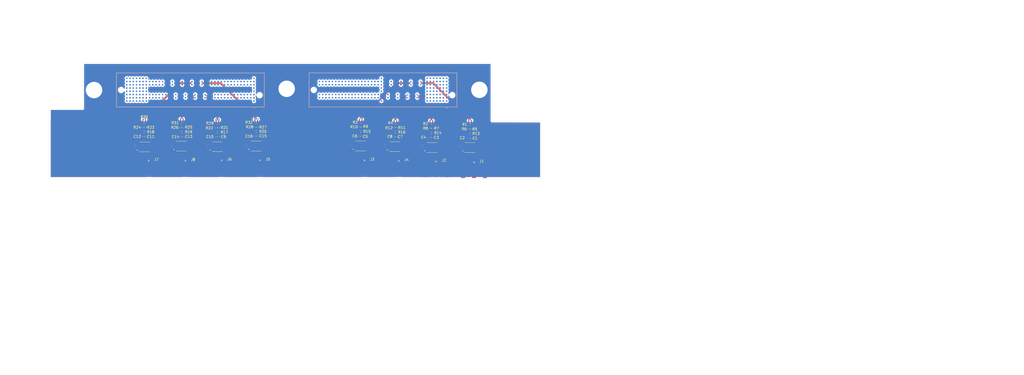
<source format=kicad_pcb>
(kicad_pcb (version 20171130) (host pcbnew 5.1.6-c6e7f7d~86~ubuntu16.04.1)
  (layers (0 F.Cu signal) (1 In1.Cu power) (2 In2.Cu signal) (31 B.Cu signal) (34 B.Paste user hide) (35 F.Paste user) (36 B.SilkS user hide) (37 F.SilkS user) (38 B.Mask user) (39 F.Mask user) (44 Edge.Cuts user))
  (net 0 "")
  (net 1 "Net-(C1-Pad2)")
  (net 2 "Net-(C1-Pad1)")
  (net 3 "Net-(C2-Pad2)")
  (net 4 "Net-(C2-Pad1)")
  (net 5 "Net-(C3-Pad2)")
  (net 6 "Net-(C3-Pad1)")
  (net 7 "Net-(C4-Pad2)")
  (net 8 "Net-(C4-Pad1)")
  (net 9 "Net-(C5-Pad2)")
  (net 10 "Net-(C5-Pad1)")
  (net 11 "Net-(C6-Pad2)")
  (net 12 "Net-(C6-Pad1)")
  (net 13 "Net-(C7-Pad2)")
  (net 14 "Net-(C7-Pad1)")
  (net 15 "Net-(C8-Pad2)")
  (net 16 "Net-(C8-Pad1)")
  (net 17 "Net-(C9-Pad2)")
  (net 18 "Net-(C9-Pad1)")
  (net 19 "Net-(C10-Pad2)")
  (net 20 "Net-(C10-Pad1)")
  (net 21 "Net-(C11-Pad2)")
  (net 22 "Net-(C11-Pad1)")
  (net 23 "Net-(C12-Pad2)")
  (net 24 "Net-(C12-Pad1)")
  (net 25 "Net-(C13-Pad2)")
  (net 26 "Net-(C13-Pad1)")
  (net 27 "Net-(C14-Pad2)")
  (net 28 "Net-(C14-Pad1)")
  (net 29 "Net-(C15-Pad2)")
  (net 30 "Net-(C15-Pad1)")
  (net 31 "Net-(C16-Pad2)")
  (net 32 "Net-(C16-Pad1)")
  (net 33 "Net-(J1-Pad1)")
  (net 34 GND)
  (net 35 "Net-(J2-Pad1)")
  (net 36 "Net-(J3-Pad1)")
  (net 37 "Net-(J4-Pad1)")
  (net 38 "Net-(J5-Pad1)")
  (net 39 "Net-(J6-Pad1)")
  (net 40 "Net-(J7-Pad1)")
  (net 41 "Net-(J8-Pad1)")
  (net 42 ADC_A0_P)
  (net 43 ADC_A0_N)
  (net 44 ADC_A1_P)
  (net 45 ADC_A1_N)
  (net 46 ADC_B0_N)
  (net 47 ADC_B0_P)
  (net 48 ADC_B1_N)
  (net 49 ADC_B1_P)
  (net 50 DAC_B0_N)
  (net 51 DAC_B0_P)
  (net 52 DAC_A1_P)
  (net 53 DAC_A1_N)
  (net 54 DAC_A0_P)
  (net 55 DAC_A0_N)
  (net 56 DAC_B1_N)
  (net 57 DAC_B1_P)
  (net 58 "Net-(U1-Pad1)")
  (net 59 "Net-(U2-Pad1)")
  (net 60 "Net-(U3-Pad1)")
  (net 61 "Net-(U4-Pad1)")
  (net 62 "Net-(U5-Pad1)")
  (net 63 "Net-(U6-Pad1)")
  (net 64 "Net-(U7-Pad1)")
  (net 65 "Net-(U8-Pad1)")
  (net 66 "Net-(J9-PadA21)")
  (net 67 "Net-(J9-PadA07)")
  (net 68 "Net-(J9-PadA06)")
  (net 69 "Net-(J9-PadA05)")
  (net 70 "Net-(J9-PadA04)")
  (net 71 "Net-(J9-PadA03)")
  (net 72 "Net-(J9-PadA02)")
  (net 73 "Net-(J9-PadB40)")
  (net 74 "Net-(J9-PadB39)")
  (net 75 "Net-(J9-PadB38)")
  (net 76 "Net-(J9-PadB37)")
  (net 77 "Net-(J9-PadB36)")
  (net 78 "Net-(J9-PadB35)")
  (net 79 "Net-(J9-PadB34)")
  (net 80 "Net-(J9-PadB33)")
  (net 81 "Net-(J9-PadB32)")
  (net 82 "Net-(J9-PadB31)")
  (net 83 "Net-(J9-PadB30)")
  (net 84 "Net-(J9-PadB29)")
  (net 85 "Net-(J9-PadB28)")
  (net 86 "Net-(J9-PadB27)")
  (net 87 "Net-(J9-PadB26)")
  (net 88 "Net-(J9-PadB25)")
  (net 89 "Net-(J9-PadB24)")
  (net 90 "Net-(J9-PadB23)")
  (net 91 "Net-(J9-PadB22)")
  (net 92 "Net-(J9-PadB07)")
  (net 93 "Net-(J9-PadB06)")
  (net 94 "Net-(J9-PadB05)")
  (net 95 "Net-(J9-PadB04)")
  (net 96 "Net-(J9-PadB03)")
  (net 97 "Net-(J9-PadB02)")
  (net 98 "Net-(J9-PadC40)")
  (net 99 "Net-(J9-PadC39)")
  (net 100 "Net-(J9-PadC38)")
  (net 101 "Net-(J9-PadC37)")
  (net 102 "Net-(J9-PadC36)")
  (net 103 "Net-(J9-PadC35)")
  (net 104 "Net-(J9-PadC34)")
  (net 105 "Net-(J9-PadC33)")
  (net 106 "Net-(J9-PadC32)")
  (net 107 "Net-(J9-PadC31)")
  (net 108 "Net-(J9-PadC30)")
  (net 109 "Net-(J9-PadC29)")
  (net 110 "Net-(J9-PadC28)")
  (net 111 "Net-(J9-PadC27)")
  (net 112 "Net-(J9-PadC26)")
  (net 113 "Net-(J9-PadC25)")
  (net 114 "Net-(J9-PadC24)")
  (net 115 "Net-(J9-PadC23)")
  (net 116 "Net-(J9-PadC22)")
  (net 117 "Net-(J9-PadC07)")
  (net 118 "Net-(J9-PadC06)")
  (net 119 "Net-(J9-PadC05)")
  (net 120 "Net-(J9-PadC04)")
  (net 121 "Net-(J9-PadC03)")
  (net 122 "Net-(J9-PadC02)")
  (net 123 "Net-(J9-PadD21)")
  (net 124 "Net-(J9-PadD07)")
  (net 125 "Net-(J9-PadD06)")
  (net 126 "Net-(J9-PadD05)")
  (net 127 "Net-(J9-PadD04)")
  (net 128 "Net-(J9-PadD03)")
  (net 129 "Net-(J9-PadD02)")
  (net 130 "Net-(J9-PadE21)")
  (net 131 "Net-(J9-PadE07)")
  (net 132 "Net-(J9-PadE06)")
  (net 133 "Net-(J9-PadE05)")
  (net 134 "Net-(J9-PadE04)")
  (net 135 "Net-(J9-PadE03)")
  (net 136 "Net-(J9-PadE02)")
  (net 137 "Net-(J9-PadF40)")
  (net 138 "Net-(J9-PadF39)")
  (net 139 "Net-(J9-PadF38)")
  (net 140 "Net-(J9-PadF37)")
  (net 141 "Net-(J9-PadF36)")
  (net 142 "Net-(J9-PadF35)")
  (net 143 "Net-(J9-PadF34)")
  (net 144 "Net-(J9-PadF33)")
  (net 145 "Net-(J9-PadF32)")
  (net 146 "Net-(J9-PadF31)")
  (net 147 "Net-(J9-PadF30)")
  (net 148 "Net-(J9-PadF29)")
  (net 149 "Net-(J9-PadF28)")
  (net 150 "Net-(J9-PadF27)")
  (net 151 "Net-(J9-PadF26)")
  (net 152 "Net-(J9-PadF25)")
  (net 153 "Net-(J9-PadF24)")
  (net 154 "Net-(J9-PadF23)")
  (net 155 "Net-(J9-PadF22)")
  (net 156 "Net-(J9-PadF21)")
  (net 157 "Net-(J9-PadF07)")
  (net 158 "Net-(J9-PadF06)")
  (net 159 "Net-(J9-PadF05)")
  (net 160 "Net-(J9-PadF04)")
  (net 161 "Net-(J9-PadF03)")
  (net 162 "Net-(J9-PadF02)")
  (net 163 "Net-(J9-PadG40)")
  (net 164 "Net-(J9-PadG39)")
  (net 165 "Net-(J9-PadG38)")
  (net 166 "Net-(J9-PadG37)")
  (net 167 "Net-(J9-PadG36)")
  (net 168 "Net-(J9-PadG35)")
  (net 169 "Net-(J9-PadG34)")
  (net 170 "Net-(J9-PadG33)")
  (net 171 "Net-(J9-PadG32)")
  (net 172 "Net-(J9-PadG31)")
  (net 173 "Net-(J9-PadG30)")
  (net 174 "Net-(J9-PadG29)")
  (net 175 "Net-(J9-PadG28)")
  (net 176 "Net-(J9-PadG27)")
  (net 177 "Net-(J9-PadG26)")
  (net 178 "Net-(J9-PadG25)")
  (net 179 "Net-(J9-PadG24)")
  (net 180 "Net-(J9-PadG23)")
  (net 181 "Net-(J9-PadG22)")
  (net 182 "Net-(J9-PadG21)")
  (net 183 "Net-(J9-PadG07)")
  (net 184 "Net-(J9-PadG06)")
  (net 185 "Net-(J9-PadG05)")
  (net 186 "Net-(J9-PadG04)")
  (net 187 "Net-(J9-PadG03)")
  (net 188 "Net-(J9-PadG02)")
  (net 189 "Net-(J9-PadH21)")
  (net 190 "Net-(J9-PadH07)")
  (net 191 "Net-(J9-PadH06)")
  (net 192 "Net-(J9-PadH05)")
  (net 193 "Net-(J9-PadH04)")
  (net 194 "Net-(J9-PadH03)")
  (net 195 "Net-(J9-PadH02)")
  (net 196 "Net-(J9-PadH01)")
  (net 197 "Net-(J9-PadG01)")
  (net 198 "Net-(J9-PadF01)")
  (net 199 "Net-(J9-PadE01)")
  (net 200 "Net-(J9-PadD01)")
  (net 201 "Net-(J9-PadC01)")
  (net 202 "Net-(J9-PadB01)")
  (net 203 "Net-(J9-PadA01)")
  (net 204 "Net-(J10-PadA40)")
  (net 205 "Net-(J10-PadA39)")
  (net 206 "Net-(J10-PadA38)")
  (net 207 "Net-(J10-PadA37)")
  (net 208 "Net-(J10-PadA36)")
  (net 209 "Net-(J10-PadA35)")
  (net 210 "Net-(J10-PadA34)")
  (net 211 "Net-(J10-PadB40)")
  (net 212 "Net-(J10-PadB39)")
  (net 213 "Net-(J10-PadB38)")
  (net 214 "Net-(J10-PadB37)")
  (net 215 "Net-(J10-PadB36)")
  (net 216 "Net-(J10-PadB35)")
  (net 217 "Net-(J10-PadB34)")
  (net 218 "Net-(J10-PadB33)")
  (net 219 "Net-(J10-PadB32)")
  (net 220 "Net-(J10-PadB31)")
  (net 221 "Net-(J10-PadB30)")
  (net 222 "Net-(J10-PadB29)")
  (net 223 "Net-(J10-PadB28)")
  (net 224 "Net-(J10-PadB12)")
  (net 225 "Net-(J10-PadB11)")
  (net 226 "Net-(J10-PadB09)")
  (net 227 "Net-(J10-PadB08)")
  (net 228 "Net-(J10-PadB07)")
  (net 229 "Net-(J10-PadB06)")
  (net 230 "Net-(J10-PadB05)")
  (net 231 "Net-(J10-PadB04)")
  (net 232 "Net-(J10-PadB03)")
  (net 233 "Net-(J10-PadB02)")
  (net 234 "Net-(J10-PadC40)")
  (net 235 "Net-(J10-PadC39)")
  (net 236 "Net-(J10-PadC38)")
  (net 237 "Net-(J10-PadC37)")
  (net 238 "Net-(J10-PadC36)")
  (net 239 "Net-(J10-PadC35)")
  (net 240 "Net-(J10-PadC34)")
  (net 241 "Net-(J10-PadC33)")
  (net 242 "Net-(J10-PadC32)")
  (net 243 "Net-(J10-PadC31)")
  (net 244 "Net-(J10-PadC30)")
  (net 245 "Net-(J10-PadC29)")
  (net 246 "Net-(J10-PadC28)")
  (net 247 "Net-(J10-PadC12)")
  (net 248 "Net-(J10-PadC11)")
  (net 249 "Net-(J10-PadC09)")
  (net 250 "Net-(J10-PadC08)")
  (net 251 "Net-(J10-PadC07)")
  (net 252 "Net-(J10-PadC06)")
  (net 253 "Net-(J10-PadC05)")
  (net 254 "Net-(J10-PadC04)")
  (net 255 "Net-(J10-PadC03)")
  (net 256 "Net-(J10-PadC02)")
  (net 257 "Net-(J10-PadD40)")
  (net 258 "Net-(J10-PadD39)")
  (net 259 "Net-(J10-PadD38)")
  (net 260 "Net-(J10-PadD37)")
  (net 261 "Net-(J10-PadD36)")
  (net 262 "Net-(J10-PadD35)")
  (net 263 "Net-(J10-PadD34)")
  (net 264 "Net-(J10-PadE40)")
  (net 265 "Net-(J10-PadE39)")
  (net 266 "Net-(J10-PadE38)")
  (net 267 "Net-(J10-PadE37)")
  (net 268 "Net-(J10-PadE36)")
  (net 269 "Net-(J10-PadE35)")
  (net 270 "Net-(J10-PadE34)")
  (net 271 "Net-(J10-PadF40)")
  (net 272 "Net-(J10-PadF39)")
  (net 273 "Net-(J10-PadF38)")
  (net 274 "Net-(J10-PadF37)")
  (net 275 "Net-(J10-PadF36)")
  (net 276 "Net-(J10-PadF35)")
  (net 277 "Net-(J10-PadF34)")
  (net 278 "Net-(J10-PadF33)")
  (net 279 "Net-(J10-PadF32)")
  (net 280 "Net-(J10-PadF31)")
  (net 281 "Net-(J10-PadF30)")
  (net 282 "Net-(J10-PadF29)")
  (net 283 "Net-(J10-PadF13)")
  (net 284 "Net-(J10-PadF12)")
  (net 285 "Net-(J10-PadF10)")
  (net 286 "Net-(J10-PadF09)")
  (net 287 "Net-(J10-PadF08)")
  (net 288 "Net-(J10-PadF07)")
  (net 289 "Net-(J10-PadF06)")
  (net 290 "Net-(J10-PadF05)")
  (net 291 "Net-(J10-PadF04)")
  (net 292 "Net-(J10-PadF03)")
  (net 293 "Net-(J10-PadF02)")
  (net 294 "Net-(J10-PadG40)")
  (net 295 "Net-(J10-PadG39)")
  (net 296 "Net-(J10-PadG38)")
  (net 297 "Net-(J10-PadG37)")
  (net 298 "Net-(J10-PadG36)")
  (net 299 "Net-(J10-PadG35)")
  (net 300 "Net-(J10-PadG34)")
  (net 301 "Net-(J10-PadG33)")
  (net 302 "Net-(J10-PadG32)")
  (net 303 "Net-(J10-PadG31)")
  (net 304 "Net-(J10-PadG30)")
  (net 305 "Net-(J10-PadG29)")
  (net 306 "Net-(J10-PadG13)")
  (net 307 "Net-(J10-PadG12)")
  (net 308 "Net-(J10-PadG10)")
  (net 309 "Net-(J10-PadG09)")
  (net 310 "Net-(J10-PadG08)")
  (net 311 "Net-(J10-PadG07)")
  (net 312 "Net-(J10-PadG06)")
  (net 313 "Net-(J10-PadG05)")
  (net 314 "Net-(J10-PadG04)")
  (net 315 "Net-(J10-PadG03)")
  (net 316 "Net-(J10-PadG02)")
  (net 317 "Net-(J10-PadH40)")
  (net 318 "Net-(J10-PadH39)")
  (net 319 "Net-(J10-PadH38)")
  (net 320 "Net-(J10-PadH37)")
  (net 321 "Net-(J10-PadH36)")
  (net 322 "Net-(J10-PadH35)")
  (net 323 "Net-(J10-PadH34)")
  (net 324 "Net-(J10-PadH01)")
  (net 325 "Net-(J10-PadG01)")
  (net 326 "Net-(J10-PadF01)")
  (net 327 "Net-(J10-PadE01)")
  (net 328 "Net-(J10-PadD01)")
  (net 329 "Net-(J10-PadC01)")
  (net 330 "Net-(J10-PadB01)")
  (net 331 "Net-(J10-PadA01)")
  (net 332 "Net-(J10-PadB13)")
  (net 333 "Net-(J10-PadB10)")
  (net 334 "Net-(J10-PadC13)")
  (net 335 "Net-(J10-PadC10)")
  (net 336 "Net-(J10-PadF14)")
  (net 337 "Net-(J10-PadF11)")
  (net 338 "Net-(J10-PadG14)")
  (net 339 "Net-(J10-PadG11)")
  (net 340 ADC_D1_P)
  (net 341 ADC_C1_P)
  (net 342 ADC_D1_N)
  (net 343 ADC_C1_N)
  (net 344 ADC_D0_P)
  (net 345 ADC_C0_P)
  (net 346 ADC_D0_N)
  (net 347 ADC_C0_N)
  (net 348 DAC_C0_P)
  (net 349 DAC_D0_P)
  (net 350 DAC_C0_N)
  (net 351 DAC_D0_N)
  (net 352 DAC_C1_P)
  (net 353 DAC_D1_P)
  (net 354 DAC_C1_N)
  (net 355 DAC_D1_N)
  (module LPAM:SAMTEC_LPAM-40-01.0-X-08-X-K-TR (layer B.Cu) (at 95.23536 51.308 180)
    (fp_text reference J10 (at -25.825 8.635) (layer B.SilkS) (effects (font (thickness 0.015)) (justify mirror)))
    (fp_text value LPAM-40-01.0-X-08-X-K-TR)
    (pad A40 smd circle (at 24.765 -4.32 180) (size 0.64 0.64) (layers B.Cu B.Mask) (net 204 "Net-(J10-PadA40)"))
    (pad A39 smd circle (at 23.495 -4.32 180) (size 0.64 0.64) (layers B.Cu B.Mask) (net 205 "Net-(J10-PadA39)"))
    (pad A38 smd circle (at 22.225 -4.32 180) (size 0.64 0.64) (layers B.Cu B.Mask) (net 206 "Net-(J10-PadA38)"))
    (pad A37 smd circle (at 20.955 -4.32 180) (size 0.64 0.64) (layers B.Cu B.Mask) (net 207 "Net-(J10-PadA37)"))
    (pad A36 smd circle (at 19.685 -4.32 180) (size 0.64 0.64) (layers B.Cu B.Mask) (net 208 "Net-(J10-PadA36)"))
    (pad A35 smd circle (at 18.415 -4.32 180) (size 0.64 0.64) (layers B.Cu B.Mask) (net 209 "Net-(J10-PadA35)"))
    (pad A34 smd circle (at 17.145 -4.32 180) (size 0.64 0.64) (layers B.Cu B.Mask) (net 210 "Net-(J10-PadA34)"))
    (pad A33 smd circle (at 15.875 -4.32 180) (size 0.64 0.64) (layers B.Cu B.Mask) (net 34 GND))
    (pad A32 smd circle (at 14.605 -4.32 180) (size 0.64 0.64) (layers B.Cu B.Mask) (net 34 GND))
    (pad A31 smd circle (at 13.335 -4.32 180) (size 0.64 0.64) (layers B.Cu B.Mask) (net 34 GND))
    (pad A30 smd circle (at 12.065 -4.32 180) (size 0.64 0.64) (layers B.Cu B.Mask) (net 34 GND))
    (pad A29 smd circle (at 10.795 -4.32 180) (size 0.64 0.64) (layers B.Cu B.Mask) (net 34 GND))
    (pad A28 smd circle (at 9.525 -4.32 180) (size 0.64 0.64) (layers B.Cu B.Mask) (net 34 GND))
    (pad A27 smd circle (at 8.255 -4.32 180) (size 0.64 0.64) (layers B.Cu B.Mask) (net 34 GND))
    (pad A26 smd circle (at 6.985 -4.32 180) (size 0.64 0.64) (layers B.Cu B.Mask) (net 34 GND))
    (pad A25 smd circle (at 5.715 -4.32 180) (size 0.64 0.64) (layers B.Cu B.Mask) (net 34 GND))
    (pad A24 smd circle (at 4.445 -4.32 180) (size 0.64 0.64) (layers B.Cu B.Mask) (net 34 GND))
    (pad A23 smd circle (at 3.175 -4.32 180) (size 0.64 0.64) (layers B.Cu B.Mask) (net 34 GND))
    (pad A22 smd circle (at 1.905 -4.32 180) (size 0.64 0.64) (layers B.Cu B.Mask) (net 34 GND))
    (pad A21 smd circle (at 0.635 -4.32 180) (size 0.64 0.64) (layers B.Cu B.Mask) (net 34 GND))
    (pad A20 smd circle (at -0.635 -4.32 180) (size 0.64 0.64) (layers B.Cu B.Mask) (net 34 GND))
    (pad A19 smd circle (at -1.905 -4.32 180) (size 0.64 0.64) (layers B.Cu B.Mask) (net 34 GND))
    (pad A18 smd circle (at -3.175 -4.32 180) (size 0.64 0.64) (layers B.Cu B.Mask) (net 34 GND))
    (pad A17 smd circle (at -4.445 -4.32 180) (size 0.64 0.64) (layers B.Cu B.Mask) (net 34 GND))
    (pad A16 smd circle (at -5.715 -4.32 180) (size 0.64 0.64) (layers B.Cu B.Mask) (net 34 GND))
    (pad A15 smd circle (at -6.985 -4.32 180) (size 0.64 0.64) (layers B.Cu B.Mask) (net 34 GND))
    (pad A14 smd circle (at -8.255 -4.32 180) (size 0.64 0.64) (layers B.Cu B.Mask) (net 34 GND))
    (pad A13 smd circle (at -9.525 -4.32 180) (size 0.64 0.64) (layers B.Cu B.Mask) (net 34 GND))
    (pad A12 smd circle (at -10.795 -4.32 180) (size 0.64 0.64) (layers B.Cu B.Mask) (net 34 GND))
    (pad A11 smd circle (at -12.065 -4.32 180) (size 0.64 0.64) (layers B.Cu B.Mask) (net 34 GND))
    (pad A10 smd circle (at -13.335 -4.32 180) (size 0.64 0.64) (layers B.Cu B.Mask) (net 34 GND))
    (pad A09 smd circle (at -14.605 -4.32 180) (size 0.64 0.64) (layers B.Cu B.Mask) (net 34 GND))
    (pad A08 smd circle (at -15.875 -4.32 180) (size 0.64 0.64) (layers B.Cu B.Mask) (net 34 GND))
    (pad A07 smd circle (at -17.145 -4.32 180) (size 0.64 0.64) (layers B.Cu B.Mask) (net 34 GND))
    (pad A06 smd circle (at -18.415 -4.32 180) (size 0.64 0.64) (layers B.Cu B.Mask) (net 34 GND))
    (pad A05 smd circle (at -19.685 -4.32 180) (size 0.64 0.64) (layers B.Cu B.Mask) (net 34 GND))
    (pad A04 smd circle (at -20.955 -4.32 180) (size 0.64 0.64) (layers B.Cu B.Mask) (net 34 GND))
    (pad A03 smd circle (at -22.225 -4.32 180) (size 0.64 0.64) (layers B.Cu B.Mask) (net 34 GND))
    (pad A02 smd circle (at -23.495 -4.32 180) (size 0.64 0.64) (layers B.Cu B.Mask) (net 34 GND))
    (pad B40 smd circle (at 24.765 -3.05 180) (size 0.64 0.64) (layers B.Cu B.Mask) (net 211 "Net-(J10-PadB40)"))
    (pad B39 smd circle (at 23.495 -3.05 180) (size 0.64 0.64) (layers B.Cu B.Mask) (net 212 "Net-(J10-PadB39)"))
    (pad B38 smd circle (at 22.225 -3.05 180) (size 0.64 0.64) (layers B.Cu B.Mask) (net 213 "Net-(J10-PadB38)"))
    (pad B37 smd circle (at 20.955 -3.05 180) (size 0.64 0.64) (layers B.Cu B.Mask) (net 214 "Net-(J10-PadB37)"))
    (pad B36 smd circle (at 19.685 -3.05 180) (size 0.64 0.64) (layers B.Cu B.Mask) (net 215 "Net-(J10-PadB36)"))
    (pad B35 smd circle (at 18.415 -3.05 180) (size 0.64 0.64) (layers B.Cu B.Mask) (net 216 "Net-(J10-PadB35)"))
    (pad B34 smd circle (at 17.145 -3.05 180) (size 0.64 0.64) (layers B.Cu B.Mask) (net 217 "Net-(J10-PadB34)"))
    (pad B33 smd circle (at 15.875 -3.05 180) (size 0.64 0.64) (layers B.Cu B.Mask) (net 218 "Net-(J10-PadB33)"))
    (pad B32 smd circle (at 14.605 -3.05 180) (size 0.64 0.64) (layers B.Cu B.Mask) (net 219 "Net-(J10-PadB32)"))
    (pad B31 smd circle (at 13.335 -3.05 180) (size 0.64 0.64) (layers B.Cu B.Mask) (net 220 "Net-(J10-PadB31)"))
    (pad B30 smd circle (at 12.065 -3.05 180) (size 0.64 0.64) (layers B.Cu B.Mask) (net 221 "Net-(J10-PadB30)"))
    (pad B29 smd circle (at 10.795 -3.05 180) (size 0.64 0.64) (layers B.Cu B.Mask) (net 222 "Net-(J10-PadB29)"))
    (pad B28 smd circle (at 9.525 -3.05 180) (size 0.64 0.64) (layers B.Cu B.Mask) (net 223 "Net-(J10-PadB28)"))
    (pad B27 smd circle (at 8.255 -3.05 180) (size 0.64 0.64) (layers B.Cu B.Mask) (net 34 GND))
    (pad B26 smd circle (at 6.985 -3.05 180) (size 0.64 0.64) (layers B.Cu B.Mask) (net 34 GND))
    (pad B25 smd circle (at 5.715 -3.05 180) (size 0.64 0.64) (layers B.Cu B.Mask) (net 348 DAC_C0_P))
    (pad B24 smd circle (at 4.445 -3.05 180) (size 0.64 0.64) (layers B.Cu B.Mask) (net 34 GND))
    (pad B23 smd circle (at 3.175 -3.05 180) (size 0.64 0.64) (layers B.Cu B.Mask) (net 34 GND))
    (pad B22 smd circle (at 1.905 -3.05 180) (size 0.64 0.64) (layers B.Cu B.Mask) (net 349 DAC_D0_P))
    (pad B21 smd circle (at 0.635 -3.05 180) (size 0.64 0.64) (layers B.Cu B.Mask) (net 34 GND))
    (pad B20 smd circle (at -0.635 -3.05 180) (size 0.64 0.64) (layers B.Cu B.Mask) (net 34 GND))
    (pad B19 smd circle (at -1.905 -3.05 180) (size 0.64 0.64) (layers B.Cu B.Mask) (net 54 DAC_A0_P))
    (pad B18 smd circle (at -3.175 -3.05 180) (size 0.64 0.64) (layers B.Cu B.Mask) (net 34 GND))
    (pad B17 smd circle (at -4.445 -3.05 180) (size 0.64 0.64) (layers B.Cu B.Mask) (net 34 GND))
    (pad B16 smd circle (at -5.715 -3.05 180) (size 0.64 0.64) (layers B.Cu B.Mask) (net 51 DAC_B0_P))
    (pad B15 smd circle (at -6.985 -3.05 180) (size 0.64 0.64) (layers B.Cu B.Mask) (net 34 GND))
    (pad B14 smd circle (at -8.255 -3.05 180) (size 0.64 0.64) (layers B.Cu B.Mask) (net 34 GND))
    (pad B13 smd circle (at -9.525 -3.05 180) (size 0.64 0.64) (layers B.Cu B.Mask) (net 332 "Net-(J10-PadB13)"))
    (pad B12 smd circle (at -10.795 -3.05 180) (size 0.64 0.64) (layers B.Cu B.Mask) (net 224 "Net-(J10-PadB12)"))
    (pad B11 smd circle (at -12.065 -3.05 180) (size 0.64 0.64) (layers B.Cu B.Mask) (net 225 "Net-(J10-PadB11)"))
    (pad B10 smd circle (at -13.335 -3.05 180) (size 0.64 0.64) (layers B.Cu B.Mask) (net 333 "Net-(J10-PadB10)"))
    (pad B09 smd circle (at -14.605 -3.05 180) (size 0.64 0.64) (layers B.Cu B.Mask) (net 226 "Net-(J10-PadB09)"))
    (pad B08 smd circle (at -15.875 -3.05 180) (size 0.64 0.64) (layers B.Cu B.Mask) (net 227 "Net-(J10-PadB08)"))
    (pad B07 smd circle (at -17.145 -3.05 180) (size 0.64 0.64) (layers B.Cu B.Mask) (net 228 "Net-(J10-PadB07)"))
    (pad B06 smd circle (at -18.415 -3.05 180) (size 0.64 0.64) (layers B.Cu B.Mask) (net 229 "Net-(J10-PadB06)"))
    (pad B05 smd circle (at -19.685 -3.05 180) (size 0.64 0.64) (layers B.Cu B.Mask) (net 230 "Net-(J10-PadB05)"))
    (pad B04 smd circle (at -20.955 -3.05 180) (size 0.64 0.64) (layers B.Cu B.Mask) (net 231 "Net-(J10-PadB04)"))
    (pad B03 smd circle (at -22.225 -3.05 180) (size 0.64 0.64) (layers B.Cu B.Mask) (net 232 "Net-(J10-PadB03)"))
    (pad B02 smd circle (at -23.495 -3.05 180) (size 0.64 0.64) (layers B.Cu B.Mask) (net 233 "Net-(J10-PadB02)"))
    (pad C40 smd circle (at 24.765 -1.78 180) (size 0.64 0.64) (layers B.Cu B.Mask) (net 234 "Net-(J10-PadC40)"))
    (pad C39 smd circle (at 23.495 -1.78 180) (size 0.64 0.64) (layers B.Cu B.Mask) (net 235 "Net-(J10-PadC39)"))
    (pad C38 smd circle (at 22.225 -1.78 180) (size 0.64 0.64) (layers B.Cu B.Mask) (net 236 "Net-(J10-PadC38)"))
    (pad C37 smd circle (at 20.955 -1.78 180) (size 0.64 0.64) (layers B.Cu B.Mask) (net 237 "Net-(J10-PadC37)"))
    (pad C36 smd circle (at 19.685 -1.78 180) (size 0.64 0.64) (layers B.Cu B.Mask) (net 238 "Net-(J10-PadC36)"))
    (pad C35 smd circle (at 18.415 -1.78 180) (size 0.64 0.64) (layers B.Cu B.Mask) (net 239 "Net-(J10-PadC35)"))
    (pad C34 smd circle (at 17.145 -1.78 180) (size 0.64 0.64) (layers B.Cu B.Mask) (net 240 "Net-(J10-PadC34)"))
    (pad C33 smd circle (at 15.875 -1.78 180) (size 0.64 0.64) (layers B.Cu B.Mask) (net 241 "Net-(J10-PadC33)"))
    (pad C32 smd circle (at 14.605 -1.78 180) (size 0.64 0.64) (layers B.Cu B.Mask) (net 242 "Net-(J10-PadC32)"))
    (pad C31 smd circle (at 13.335 -1.78 180) (size 0.64 0.64) (layers B.Cu B.Mask) (net 243 "Net-(J10-PadC31)"))
    (pad C30 smd circle (at 12.065 -1.78 180) (size 0.64 0.64) (layers B.Cu B.Mask) (net 244 "Net-(J10-PadC30)"))
    (pad C29 smd circle (at 10.795 -1.78 180) (size 0.64 0.64) (layers B.Cu B.Mask) (net 245 "Net-(J10-PadC29)"))
    (pad C28 smd circle (at 9.525 -1.78 180) (size 0.64 0.64) (layers B.Cu B.Mask) (net 246 "Net-(J10-PadC28)"))
    (pad C27 smd circle (at 8.255 -1.78 180) (size 0.64 0.64) (layers B.Cu B.Mask) (net 34 GND))
    (pad C26 smd circle (at 6.985 -1.78 180) (size 0.64 0.64) (layers B.Cu B.Mask) (net 34 GND))
    (pad C25 smd circle (at 5.715 -1.78 180) (size 0.64 0.64) (layers B.Cu B.Mask) (net 350 DAC_C0_N))
    (pad C24 smd circle (at 4.445 -1.78 180) (size 0.64 0.64) (layers B.Cu B.Mask) (net 34 GND))
    (pad C23 smd circle (at 3.175 -1.78 180) (size 0.64 0.64) (layers B.Cu B.Mask) (net 34 GND))
    (pad C22 smd circle (at 1.905 -1.78 180) (size 0.64 0.64) (layers B.Cu B.Mask) (net 351 DAC_D0_N))
    (pad C21 smd circle (at 0.635 -1.78 180) (size 0.64 0.64) (layers B.Cu B.Mask) (net 34 GND))
    (pad C20 smd circle (at -0.635 -1.78 180) (size 0.64 0.64) (layers B.Cu B.Mask) (net 34 GND))
    (pad C19 smd circle (at -1.905 -1.78 180) (size 0.64 0.64) (layers B.Cu B.Mask) (net 55 DAC_A0_N))
    (pad C18 smd circle (at -3.175 -1.78 180) (size 0.64 0.64) (layers B.Cu B.Mask) (net 34 GND))
    (pad C17 smd circle (at -4.445 -1.78 180) (size 0.64 0.64) (layers B.Cu B.Mask) (net 34 GND))
    (pad C16 smd circle (at -5.715 -1.78 180) (size 0.64 0.64) (layers B.Cu B.Mask) (net 50 DAC_B0_N))
    (pad C15 smd circle (at -6.985 -1.78 180) (size 0.64 0.64) (layers B.Cu B.Mask) (net 34 GND))
    (pad C14 smd circle (at -8.255 -1.78 180) (size 0.64 0.64) (layers B.Cu B.Mask) (net 34 GND))
    (pad C13 smd circle (at -9.525 -1.78 180) (size 0.64 0.64) (layers B.Cu B.Mask) (net 334 "Net-(J10-PadC13)"))
    (pad C12 smd circle (at -10.795 -1.78 180) (size 0.64 0.64) (layers B.Cu B.Mask) (net 247 "Net-(J10-PadC12)"))
    (pad C11 smd circle (at -12.065 -1.78 180) (size 0.64 0.64) (layers B.Cu B.Mask) (net 248 "Net-(J10-PadC11)"))
    (pad C10 smd circle (at -13.335 -1.78 180) (size 0.64 0.64) (layers B.Cu B.Mask) (net 335 "Net-(J10-PadC10)"))
    (pad C09 smd circle (at -14.605 -1.78 180) (size 0.64 0.64) (layers B.Cu B.Mask) (net 249 "Net-(J10-PadC09)"))
    (pad C08 smd circle (at -15.875 -1.78 180) (size 0.64 0.64) (layers B.Cu B.Mask) (net 250 "Net-(J10-PadC08)"))
    (pad C07 smd circle (at -17.145 -1.78 180) (size 0.64 0.64) (layers B.Cu B.Mask) (net 251 "Net-(J10-PadC07)"))
    (pad C06 smd circle (at -18.415 -1.78 180) (size 0.64 0.64) (layers B.Cu B.Mask) (net 252 "Net-(J10-PadC06)"))
    (pad C05 smd circle (at -19.685 -1.78 180) (size 0.64 0.64) (layers B.Cu B.Mask) (net 253 "Net-(J10-PadC05)"))
    (pad C04 smd circle (at -20.955 -1.78 180) (size 0.64 0.64) (layers B.Cu B.Mask) (net 254 "Net-(J10-PadC04)"))
    (pad C03 smd circle (at -22.225 -1.78 180) (size 0.64 0.64) (layers B.Cu B.Mask) (net 255 "Net-(J10-PadC03)"))
    (pad C02 smd circle (at -23.495 -1.78 180) (size 0.64 0.64) (layers B.Cu B.Mask) (net 256 "Net-(J10-PadC02)"))
    (pad D40 smd circle (at 24.765 -0.51 180) (size 0.64 0.64) (layers B.Cu B.Mask) (net 257 "Net-(J10-PadD40)"))
    (pad D39 smd circle (at 23.495 -0.51 180) (size 0.64 0.64) (layers B.Cu B.Mask) (net 258 "Net-(J10-PadD39)"))
    (pad D38 smd circle (at 22.225 -0.51 180) (size 0.64 0.64) (layers B.Cu B.Mask) (net 259 "Net-(J10-PadD38)"))
    (pad D37 smd circle (at 20.955 -0.51 180) (size 0.64 0.64) (layers B.Cu B.Mask) (net 260 "Net-(J10-PadD37)"))
    (pad D36 smd circle (at 19.685 -0.51 180) (size 0.64 0.64) (layers B.Cu B.Mask) (net 261 "Net-(J10-PadD36)"))
    (pad D35 smd circle (at 18.415 -0.51 180) (size 0.64 0.64) (layers B.Cu B.Mask) (net 262 "Net-(J10-PadD35)"))
    (pad D34 smd circle (at 17.145 -0.51 180) (size 0.64 0.64) (layers B.Cu B.Mask) (net 263 "Net-(J10-PadD34)"))
    (pad D33 smd circle (at 15.875 -0.51 180) (size 0.64 0.64) (layers B.Cu B.Mask) (net 34 GND))
    (pad D32 smd circle (at 14.605 -0.51 180) (size 0.64 0.64) (layers B.Cu B.Mask) (net 34 GND))
    (pad D31 smd circle (at 13.335 -0.51 180) (size 0.64 0.64) (layers B.Cu B.Mask) (net 34 GND))
    (pad D30 smd circle (at 12.065 -0.51 180) (size 0.64 0.64) (layers B.Cu B.Mask) (net 34 GND))
    (pad D29 smd circle (at 10.795 -0.51 180) (size 0.64 0.64) (layers B.Cu B.Mask) (net 34 GND))
    (pad D28 smd circle (at 9.525 -0.51 180) (size 0.64 0.64) (layers B.Cu B.Mask) (net 34 GND))
    (pad D27 smd circle (at 8.255 -0.51 180) (size 0.64 0.64) (layers B.Cu B.Mask) (net 34 GND))
    (pad D26 smd circle (at 6.985 -0.51 180) (size 0.64 0.64) (layers B.Cu B.Mask) (net 34 GND))
    (pad D25 smd circle (at 5.715 -0.51 180) (size 0.64 0.64) (layers B.Cu B.Mask) (net 34 GND))
    (pad D24 smd circle (at 4.445 -0.51 180) (size 0.64 0.64) (layers B.Cu B.Mask) (net 34 GND))
    (pad D23 smd circle (at 3.175 -0.51 180) (size 0.64 0.64) (layers B.Cu B.Mask) (net 34 GND))
    (pad D22 smd circle (at 1.905 -0.51 180) (size 0.64 0.64) (layers B.Cu B.Mask) (net 34 GND))
    (pad D21 smd circle (at 0.635 -0.51 180) (size 0.64 0.64) (layers B.Cu B.Mask) (net 34 GND))
    (pad D20 smd circle (at -0.635 -0.51 180) (size 0.64 0.64) (layers B.Cu B.Mask) (net 34 GND))
    (pad D19 smd circle (at -1.905 -0.51 180) (size 0.64 0.64) (layers B.Cu B.Mask) (net 34 GND))
    (pad D18 smd circle (at -3.175 -0.51 180) (size 0.64 0.64) (layers B.Cu B.Mask) (net 34 GND))
    (pad D17 smd circle (at -4.445 -0.51 180) (size 0.64 0.64) (layers B.Cu B.Mask) (net 34 GND))
    (pad D16 smd circle (at -5.715 -0.51 180) (size 0.64 0.64) (layers B.Cu B.Mask) (net 34 GND))
    (pad D15 smd circle (at -6.985 -0.51 180) (size 0.64 0.64) (layers B.Cu B.Mask) (net 34 GND))
    (pad D14 smd circle (at -8.255 -0.51 180) (size 0.64 0.64) (layers B.Cu B.Mask) (net 34 GND))
    (pad D13 smd circle (at -9.525 -0.51 180) (size 0.64 0.64) (layers B.Cu B.Mask) (net 34 GND))
    (pad D12 smd circle (at -10.795 -0.51 180) (size 0.64 0.64) (layers B.Cu B.Mask) (net 34 GND))
    (pad D11 smd circle (at -12.065 -0.51 180) (size 0.64 0.64) (layers B.Cu B.Mask) (net 34 GND))
    (pad D10 smd circle (at -13.335 -0.51 180) (size 0.64 0.64) (layers B.Cu B.Mask) (net 34 GND))
    (pad D09 smd circle (at -14.605 -0.51 180) (size 0.64 0.64) (layers B.Cu B.Mask) (net 34 GND))
    (pad D08 smd circle (at -15.875 -0.51 180) (size 0.64 0.64) (layers B.Cu B.Mask) (net 34 GND))
    (pad D07 smd circle (at -17.145 -0.51 180) (size 0.64 0.64) (layers B.Cu B.Mask) (net 34 GND))
    (pad D06 smd circle (at -18.415 -0.51 180) (size 0.64 0.64) (layers B.Cu B.Mask) (net 34 GND))
    (pad D05 smd circle (at -19.685 -0.51 180) (size 0.64 0.64) (layers B.Cu B.Mask) (net 34 GND))
    (pad D04 smd circle (at -20.955 -0.51 180) (size 0.64 0.64) (layers B.Cu B.Mask) (net 34 GND))
    (pad D03 smd circle (at -22.225 -0.51 180) (size 0.64 0.64) (layers B.Cu B.Mask) (net 34 GND))
    (pad D02 smd circle (at -23.495 -0.51 180) (size 0.64 0.64) (layers B.Cu B.Mask) (net 34 GND))
    (pad E40 smd circle (at 24.765 0.76 180) (size 0.64 0.64) (layers B.Cu B.Mask) (net 264 "Net-(J10-PadE40)"))
    (pad E39 smd circle (at 23.495 0.76 180) (size 0.64 0.64) (layers B.Cu B.Mask) (net 265 "Net-(J10-PadE39)"))
    (pad E38 smd circle (at 22.225 0.76 180) (size 0.64 0.64) (layers B.Cu B.Mask) (net 266 "Net-(J10-PadE38)"))
    (pad E37 smd circle (at 20.955 0.76 180) (size 0.64 0.64) (layers B.Cu B.Mask) (net 267 "Net-(J10-PadE37)"))
    (pad E36 smd circle (at 19.685 0.76 180) (size 0.64 0.64) (layers B.Cu B.Mask) (net 268 "Net-(J10-PadE36)"))
    (pad E35 smd circle (at 18.415 0.76 180) (size 0.64 0.64) (layers B.Cu B.Mask) (net 269 "Net-(J10-PadE35)"))
    (pad E34 smd circle (at 17.145 0.76 180) (size 0.64 0.64) (layers B.Cu B.Mask) (net 270 "Net-(J10-PadE34)"))
    (pad E33 smd circle (at 15.875 0.76 180) (size 0.64 0.64) (layers B.Cu B.Mask) (net 34 GND))
    (pad E32 smd circle (at 14.605 0.76 180) (size 0.64 0.64) (layers B.Cu B.Mask) (net 34 GND))
    (pad E31 smd circle (at 13.335 0.76 180) (size 0.64 0.64) (layers B.Cu B.Mask) (net 34 GND))
    (pad E30 smd circle (at 12.065 0.76 180) (size 0.64 0.64) (layers B.Cu B.Mask) (net 34 GND))
    (pad E29 smd circle (at 10.795 0.76 180) (size 0.64 0.64) (layers B.Cu B.Mask) (net 34 GND))
    (pad E28 smd circle (at 9.525 0.76 180) (size 0.64 0.64) (layers B.Cu B.Mask) (net 34 GND))
    (pad E27 smd circle (at 8.255 0.76 180) (size 0.64 0.64) (layers B.Cu B.Mask) (net 34 GND))
    (pad E26 smd circle (at 6.985 0.76 180) (size 0.64 0.64) (layers B.Cu B.Mask) (net 34 GND))
    (pad E25 smd circle (at 5.715 0.76 180) (size 0.64 0.64) (layers B.Cu B.Mask) (net 34 GND))
    (pad E24 smd circle (at 4.445 0.76 180) (size 0.64 0.64) (layers B.Cu B.Mask) (net 34 GND))
    (pad E23 smd circle (at 3.175 0.76 180) (size 0.64 0.64) (layers B.Cu B.Mask) (net 34 GND))
    (pad E22 smd circle (at 1.905 0.76 180) (size 0.64 0.64) (layers B.Cu B.Mask) (net 34 GND))
    (pad E21 smd circle (at 0.635 0.76 180) (size 0.64 0.64) (layers B.Cu B.Mask) (net 34 GND))
    (pad E20 smd circle (at -0.635 0.76 180) (size 0.64 0.64) (layers B.Cu B.Mask) (net 34 GND))
    (pad E19 smd circle (at -1.905 0.76 180) (size 0.64 0.64) (layers B.Cu B.Mask) (net 34 GND))
    (pad E18 smd circle (at -3.175 0.76 180) (size 0.64 0.64) (layers B.Cu B.Mask) (net 34 GND))
    (pad E17 smd circle (at -4.445 0.76 180) (size 0.64 0.64) (layers B.Cu B.Mask) (net 34 GND))
    (pad E16 smd circle (at -5.715 0.76 180) (size 0.64 0.64) (layers B.Cu B.Mask) (net 34 GND))
    (pad E15 smd circle (at -6.985 0.76 180) (size 0.64 0.64) (layers B.Cu B.Mask) (net 34 GND))
    (pad E14 smd circle (at -8.255 0.76 180) (size 0.64 0.64) (layers B.Cu B.Mask) (net 34 GND))
    (pad E13 smd circle (at -9.525 0.76 180) (size 0.64 0.64) (layers B.Cu B.Mask) (net 34 GND))
    (pad E12 smd circle (at -10.795 0.76 180) (size 0.64 0.64) (layers B.Cu B.Mask) (net 34 GND))
    (pad E11 smd circle (at -12.065 0.76 180) (size 0.64 0.64) (layers B.Cu B.Mask) (net 34 GND))
    (pad E10 smd circle (at -13.335 0.76 180) (size 0.64 0.64) (layers B.Cu B.Mask) (net 34 GND))
    (pad E09 smd circle (at -14.605 0.76 180) (size 0.64 0.64) (layers B.Cu B.Mask) (net 34 GND))
    (pad E08 smd circle (at -15.875 0.76 180) (size 0.64 0.64) (layers B.Cu B.Mask) (net 34 GND))
    (pad E07 smd circle (at -17.145 0.76 180) (size 0.64 0.64) (layers B.Cu B.Mask) (net 34 GND))
    (pad E06 smd circle (at -18.415 0.76 180) (size 0.64 0.64) (layers B.Cu B.Mask) (net 34 GND))
    (pad E05 smd circle (at -19.685 0.76 180) (size 0.64 0.64) (layers B.Cu B.Mask) (net 34 GND))
    (pad E04 smd circle (at -20.955 0.76 180) (size 0.64 0.64) (layers B.Cu B.Mask) (net 34 GND))
    (pad E03 smd circle (at -22.225 0.76 180) (size 0.64 0.64) (layers B.Cu B.Mask) (net 34 GND))
    (pad E02 smd circle (at -23.495 0.76 180) (size 0.64 0.64) (layers B.Cu B.Mask) (net 34 GND))
    (pad F40 smd circle (at 24.765 2.03 180) (size 0.64 0.64) (layers B.Cu B.Mask) (net 271 "Net-(J10-PadF40)"))
    (pad F39 smd circle (at 23.495 2.03 180) (size 0.64 0.64) (layers B.Cu B.Mask) (net 272 "Net-(J10-PadF39)"))
    (pad F38 smd circle (at 22.225 2.03 180) (size 0.64 0.64) (layers B.Cu B.Mask) (net 273 "Net-(J10-PadF38)"))
    (pad F37 smd circle (at 20.955 2.03 180) (size 0.64 0.64) (layers B.Cu B.Mask) (net 274 "Net-(J10-PadF37)"))
    (pad F36 smd circle (at 19.685 2.03 180) (size 0.64 0.64) (layers B.Cu B.Mask) (net 275 "Net-(J10-PadF36)"))
    (pad F35 smd circle (at 18.415 2.03 180) (size 0.64 0.64) (layers B.Cu B.Mask) (net 276 "Net-(J10-PadF35)"))
    (pad F34 smd circle (at 17.145 2.03 180) (size 0.64 0.64) (layers B.Cu B.Mask) (net 277 "Net-(J10-PadF34)"))
    (pad F33 smd circle (at 15.875 2.03 180) (size 0.64 0.64) (layers B.Cu B.Mask) (net 278 "Net-(J10-PadF33)"))
    (pad F32 smd circle (at 14.605 2.03 180) (size 0.64 0.64) (layers B.Cu B.Mask) (net 279 "Net-(J10-PadF32)"))
    (pad F31 smd circle (at 13.335 2.03 180) (size 0.64 0.64) (layers B.Cu B.Mask) (net 280 "Net-(J10-PadF31)"))
    (pad F30 smd circle (at 12.065 2.03 180) (size 0.64 0.64) (layers B.Cu B.Mask) (net 281 "Net-(J10-PadF30)"))
    (pad F29 smd circle (at 10.795 2.03 180) (size 0.64 0.64) (layers B.Cu B.Mask) (net 282 "Net-(J10-PadF29)"))
    (pad F28 smd circle (at 9.525 2.03 180) (size 0.64 0.64) (layers B.Cu B.Mask) (net 34 GND))
    (pad F27 smd circle (at 8.255 2.03 180) (size 0.64 0.64) (layers B.Cu B.Mask) (net 34 GND))
    (pad F26 smd circle (at 6.985 2.03 180) (size 0.64 0.64) (layers B.Cu B.Mask) (net 352 DAC_C1_P))
    (pad F25 smd circle (at 5.715 2.03 180) (size 0.64 0.64) (layers B.Cu B.Mask) (net 34 GND))
    (pad F24 smd circle (at 4.445 2.03 180) (size 0.64 0.64) (layers B.Cu B.Mask) (net 34 GND))
    (pad F23 smd circle (at 3.175 2.03 180) (size 0.64 0.64) (layers B.Cu B.Mask) (net 353 DAC_D1_P))
    (pad F22 smd circle (at 1.905 2.03 180) (size 0.64 0.64) (layers B.Cu B.Mask) (net 34 GND))
    (pad F21 smd circle (at 0.635 2.03 180) (size 0.64 0.64) (layers B.Cu B.Mask) (net 34 GND))
    (pad F20 smd circle (at -0.635 2.03 180) (size 0.64 0.64) (layers B.Cu B.Mask) (net 52 DAC_A1_P))
    (pad F19 smd circle (at -1.905 2.03 180) (size 0.64 0.64) (layers B.Cu B.Mask) (net 34 GND))
    (pad F18 smd circle (at -3.175 2.03 180) (size 0.64 0.64) (layers B.Cu B.Mask) (net 34 GND))
    (pad F17 smd circle (at -4.445 2.03 180) (size 0.64 0.64) (layers B.Cu B.Mask) (net 57 DAC_B1_P))
    (pad F16 smd circle (at -5.715 2.03 180) (size 0.64 0.64) (layers B.Cu B.Mask) (net 34 GND))
    (pad F15 smd circle (at -6.985 2.03 180) (size 0.64 0.64) (layers B.Cu B.Mask) (net 34 GND))
    (pad F14 smd circle (at -8.255 2.03 180) (size 0.64 0.64) (layers B.Cu B.Mask) (net 336 "Net-(J10-PadF14)"))
    (pad F13 smd circle (at -9.525 2.03 180) (size 0.64 0.64) (layers B.Cu B.Mask) (net 283 "Net-(J10-PadF13)"))
    (pad F12 smd circle (at -10.795 2.03 180) (size 0.64 0.64) (layers B.Cu B.Mask) (net 284 "Net-(J10-PadF12)"))
    (pad F11 smd circle (at -12.065 2.03 180) (size 0.64 0.64) (layers B.Cu B.Mask) (net 337 "Net-(J10-PadF11)"))
    (pad F10 smd circle (at -13.335 2.03 180) (size 0.64 0.64) (layers B.Cu B.Mask) (net 285 "Net-(J10-PadF10)"))
    (pad F09 smd circle (at -14.605 2.03 180) (size 0.64 0.64) (layers B.Cu B.Mask) (net 286 "Net-(J10-PadF09)"))
    (pad F08 smd circle (at -15.875 2.03 180) (size 0.64 0.64) (layers B.Cu B.Mask) (net 287 "Net-(J10-PadF08)"))
    (pad F07 smd circle (at -17.145 2.03 180) (size 0.64 0.64) (layers B.Cu B.Mask) (net 288 "Net-(J10-PadF07)"))
    (pad F06 smd circle (at -18.415 2.03 180) (size 0.64 0.64) (layers B.Cu B.Mask) (net 289 "Net-(J10-PadF06)"))
    (pad F05 smd circle (at -19.685 2.03 180) (size 0.64 0.64) (layers B.Cu B.Mask) (net 290 "Net-(J10-PadF05)"))
    (pad F04 smd circle (at -20.955 2.03 180) (size 0.64 0.64) (layers B.Cu B.Mask) (net 291 "Net-(J10-PadF04)"))
    (pad F03 smd circle (at -22.225 2.03 180) (size 0.64 0.64) (layers B.Cu B.Mask) (net 292 "Net-(J10-PadF03)"))
    (pad F02 smd circle (at -23.495 2.03 180) (size 0.64 0.64) (layers B.Cu B.Mask) (net 293 "Net-(J10-PadF02)"))
    (pad G40 smd circle (at 24.765 3.3 180) (size 0.64 0.64) (layers B.Cu B.Mask) (net 294 "Net-(J10-PadG40)"))
    (pad G39 smd circle (at 23.495 3.3 180) (size 0.64 0.64) (layers B.Cu B.Mask) (net 295 "Net-(J10-PadG39)"))
    (pad G38 smd circle (at 22.225 3.3 180) (size 0.64 0.64) (layers B.Cu B.Mask) (net 296 "Net-(J10-PadG38)"))
    (pad G37 smd circle (at 20.955 3.3 180) (size 0.64 0.64) (layers B.Cu B.Mask) (net 297 "Net-(J10-PadG37)"))
    (pad G36 smd circle (at 19.685 3.3 180) (size 0.64 0.64) (layers B.Cu B.Mask) (net 298 "Net-(J10-PadG36)"))
    (pad G35 smd circle (at 18.415 3.3 180) (size 0.64 0.64) (layers B.Cu B.Mask) (net 299 "Net-(J10-PadG35)"))
    (pad G34 smd circle (at 17.145 3.3 180) (size 0.64 0.64) (layers B.Cu B.Mask) (net 300 "Net-(J10-PadG34)"))
    (pad G33 smd circle (at 15.875 3.3 180) (size 0.64 0.64) (layers B.Cu B.Mask) (net 301 "Net-(J10-PadG33)"))
    (pad G32 smd circle (at 14.605 3.3 180) (size 0.64 0.64) (layers B.Cu B.Mask) (net 302 "Net-(J10-PadG32)"))
    (pad G31 smd circle (at 13.335 3.3 180) (size 0.64 0.64) (layers B.Cu B.Mask) (net 303 "Net-(J10-PadG31)"))
    (pad G30 smd circle (at 12.065 3.3 180) (size 0.64 0.64) (layers B.Cu B.Mask) (net 304 "Net-(J10-PadG30)"))
    (pad G29 smd circle (at 10.795 3.3 180) (size 0.64 0.64) (layers B.Cu B.Mask) (net 305 "Net-(J10-PadG29)"))
    (pad G28 smd circle (at 9.525 3.3 180) (size 0.64 0.64) (layers B.Cu B.Mask) (net 34 GND))
    (pad G27 smd circle (at 8.255 3.3 180) (size 0.64 0.64) (layers B.Cu B.Mask) (net 34 GND))
    (pad G26 smd circle (at 6.985 3.3 180) (size 0.64 0.64) (layers B.Cu B.Mask) (net 354 DAC_C1_N))
    (pad G25 smd circle (at 5.715 3.3 180) (size 0.64 0.64) (layers B.Cu B.Mask) (net 34 GND))
    (pad G24 smd circle (at 4.445 3.3 180) (size 0.64 0.64) (layers B.Cu B.Mask) (net 34 GND))
    (pad G23 smd circle (at 3.175 3.3 180) (size 0.64 0.64) (layers B.Cu B.Mask) (net 355 DAC_D1_N))
    (pad G22 smd circle (at 1.905 3.3 180) (size 0.64 0.64) (layers B.Cu B.Mask) (net 34 GND))
    (pad G21 smd circle (at 0.635 3.3 180) (size 0.64 0.64) (layers B.Cu B.Mask) (net 34 GND))
    (pad G20 smd circle (at -0.635 3.3 180) (size 0.64 0.64) (layers B.Cu B.Mask) (net 53 DAC_A1_N))
    (pad G19 smd circle (at -1.905 3.3 180) (size 0.64 0.64) (layers B.Cu B.Mask) (net 34 GND))
    (pad G18 smd circle (at -3.175 3.3 180) (size 0.64 0.64) (layers B.Cu B.Mask) (net 34 GND))
    (pad G17 smd circle (at -4.445 3.3 180) (size 0.64 0.64) (layers B.Cu B.Mask) (net 56 DAC_B1_N))
    (pad G16 smd circle (at -5.715 3.3 180) (size 0.64 0.64) (layers B.Cu B.Mask) (net 34 GND))
    (pad G15 smd circle (at -6.985 3.3 180) (size 0.64 0.64) (layers B.Cu B.Mask) (net 34 GND))
    (pad G14 smd circle (at -8.255 3.3 180) (size 0.64 0.64) (layers B.Cu B.Mask) (net 338 "Net-(J10-PadG14)"))
    (pad G13 smd circle (at -9.525 3.3 180) (size 0.64 0.64) (layers B.Cu B.Mask) (net 306 "Net-(J10-PadG13)"))
    (pad G12 smd circle (at -10.795 3.3 180) (size 0.64 0.64) (layers B.Cu B.Mask) (net 307 "Net-(J10-PadG12)"))
    (pad G11 smd circle (at -12.065 3.3 180) (size 0.64 0.64) (layers B.Cu B.Mask) (net 339 "Net-(J10-PadG11)"))
    (pad G10 smd circle (at -13.335 3.3 180) (size 0.64 0.64) (layers B.Cu B.Mask) (net 308 "Net-(J10-PadG10)"))
    (pad G09 smd circle (at -14.605 3.3 180) (size 0.64 0.64) (layers B.Cu B.Mask) (net 309 "Net-(J10-PadG09)"))
    (pad G08 smd circle (at -15.875 3.3 180) (size 0.64 0.64) (layers B.Cu B.Mask) (net 310 "Net-(J10-PadG08)"))
    (pad G07 smd circle (at -17.145 3.3 180) (size 0.64 0.64) (layers B.Cu B.Mask) (net 311 "Net-(J10-PadG07)"))
    (pad G06 smd circle (at -18.415 3.3 180) (size 0.64 0.64) (layers B.Cu B.Mask) (net 312 "Net-(J10-PadG06)"))
    (pad G05 smd circle (at -19.685 3.3 180) (size 0.64 0.64) (layers B.Cu B.Mask) (net 313 "Net-(J10-PadG05)"))
    (pad G04 smd circle (at -20.955 3.3 180) (size 0.64 0.64) (layers B.Cu B.Mask) (net 314 "Net-(J10-PadG04)"))
    (pad G03 smd circle (at -22.225 3.3 180) (size 0.64 0.64) (layers B.Cu B.Mask) (net 315 "Net-(J10-PadG03)"))
    (pad G02 smd circle (at -23.495 3.3 180) (size 0.64 0.64) (layers B.Cu B.Mask) (net 316 "Net-(J10-PadG02)"))
    (pad H40 smd circle (at 24.765 4.57 180) (size 0.64 0.64) (layers B.Cu B.Mask) (net 317 "Net-(J10-PadH40)"))
    (pad H39 smd circle (at 23.495 4.57 180) (size 0.64 0.64) (layers B.Cu B.Mask) (net 318 "Net-(J10-PadH39)"))
    (pad H38 smd circle (at 22.225 4.57 180) (size 0.64 0.64) (layers B.Cu B.Mask) (net 319 "Net-(J10-PadH38)"))
    (pad H37 smd circle (at 20.955 4.57 180) (size 0.64 0.64) (layers B.Cu B.Mask) (net 320 "Net-(J10-PadH37)"))
    (pad H36 smd circle (at 19.685 4.57 180) (size 0.64 0.64) (layers B.Cu B.Mask) (net 321 "Net-(J10-PadH36)"))
    (pad H35 smd circle (at 18.415 4.57 180) (size 0.64 0.64) (layers B.Cu B.Mask) (net 322 "Net-(J10-PadH35)"))
    (pad H34 smd circle (at 17.145 4.57 180) (size 0.64 0.64) (layers B.Cu B.Mask) (net 323 "Net-(J10-PadH34)"))
    (pad H33 smd circle (at 15.875 4.57 180) (size 0.64 0.64) (layers B.Cu B.Mask) (net 34 GND))
    (pad H32 smd circle (at 14.605 4.57 180) (size 0.64 0.64) (layers B.Cu B.Mask) (net 34 GND))
    (pad H31 smd circle (at 13.335 4.57 180) (size 0.64 0.64) (layers B.Cu B.Mask) (net 34 GND))
    (pad H30 smd circle (at 12.065 4.57 180) (size 0.64 0.64) (layers B.Cu B.Mask) (net 34 GND))
    (pad H29 smd circle (at 10.795 4.57 180) (size 0.64 0.64) (layers B.Cu B.Mask) (net 34 GND))
    (pad H28 smd circle (at 9.525 4.57 180) (size 0.64 0.64) (layers B.Cu B.Mask) (net 34 GND))
    (pad H27 smd circle (at 8.255 4.57 180) (size 0.64 0.64) (layers B.Cu B.Mask) (net 34 GND))
    (pad H26 smd circle (at 6.985 4.57 180) (size 0.64 0.64) (layers B.Cu B.Mask) (net 34 GND))
    (pad H25 smd circle (at 5.715 4.57 180) (size 0.64 0.64) (layers B.Cu B.Mask) (net 34 GND))
    (pad H24 smd circle (at 4.445 4.57 180) (size 0.64 0.64) (layers B.Cu B.Mask) (net 34 GND))
    (pad H23 smd circle (at 3.175 4.57 180) (size 0.64 0.64) (layers B.Cu B.Mask) (net 34 GND))
    (pad H22 smd circle (at 1.905 4.57 180) (size 0.64 0.64) (layers B.Cu B.Mask) (net 34 GND))
    (pad H21 smd circle (at 0.635 4.57 180) (size 0.64 0.64) (layers B.Cu B.Mask) (net 34 GND))
    (pad H20 smd circle (at -0.635 4.57 180) (size 0.64 0.64) (layers B.Cu B.Mask) (net 34 GND))
    (pad H19 smd circle (at -1.905 4.57 180) (size 0.64 0.64) (layers B.Cu B.Mask) (net 34 GND))
    (pad H18 smd circle (at -3.175 4.57 180) (size 0.64 0.64) (layers B.Cu B.Mask) (net 34 GND))
    (pad H17 smd circle (at -4.445 4.57 180) (size 0.64 0.64) (layers B.Cu B.Mask) (net 34 GND))
    (pad H16 smd circle (at -5.715 4.57 180) (size 0.64 0.64) (layers B.Cu B.Mask) (net 34 GND))
    (pad H15 smd circle (at -6.985 4.57 180) (size 0.64 0.64) (layers B.Cu B.Mask) (net 34 GND))
    (pad H14 smd circle (at -8.255 4.57 180) (size 0.64 0.64) (layers B.Cu B.Mask) (net 34 GND))
    (pad H13 smd circle (at -9.525 4.57 180) (size 0.64 0.64) (layers B.Cu B.Mask) (net 34 GND))
    (pad H12 smd circle (at -10.795 4.57 180) (size 0.64 0.64) (layers B.Cu B.Mask) (net 34 GND))
    (pad H11 smd circle (at -12.065 4.57 180) (size 0.64 0.64) (layers B.Cu B.Mask) (net 34 GND))
    (pad H10 smd circle (at -13.335 4.57 180) (size 0.64 0.64) (layers B.Cu B.Mask) (net 34 GND))
    (pad H09 smd circle (at -14.605 4.57 180) (size 0.64 0.64) (layers B.Cu B.Mask) (net 34 GND))
    (pad H08 smd circle (at -15.875 4.57 180) (size 0.64 0.64) (layers B.Cu B.Mask) (net 34 GND))
    (pad H07 smd circle (at -17.145 4.57 180) (size 0.64 0.64) (layers B.Cu B.Mask) (net 34 GND))
    (pad H06 smd circle (at -18.415 4.57 180) (size 0.64 0.64) (layers B.Cu B.Mask) (net 34 GND))
    (pad H05 smd circle (at -19.685 4.57 180) (size 0.64 0.64) (layers B.Cu B.Mask) (net 34 GND))
    (pad H04 smd circle (at -20.955 4.57 180) (size 0.64 0.64) (layers B.Cu B.Mask) (net 34 GND))
    (pad H03 smd circle (at -22.225 4.57 180) (size 0.64 0.64) (layers B.Cu B.Mask) (net 34 GND))
    (pad H02 smd circle (at -23.495 4.57 180) (size 0.64 0.64) (layers B.Cu B.Mask) (net 34 GND))
    (pad H01 smd circle (at -24.765 4.57 180) (size 0.64 0.64) (layers B.Cu B.Mask) (net 324 "Net-(J10-PadH01)"))
    (pad G01 smd circle (at -24.765 3.3 180) (size 0.64 0.64) (layers B.Cu B.Mask) (net 325 "Net-(J10-PadG01)"))
    (pad F01 smd circle (at -24.765 2.03 180) (size 0.64 0.64) (layers B.Cu B.Mask) (net 326 "Net-(J10-PadF01)"))
    (pad E01 smd circle (at -24.765 0.76 180) (size 0.64 0.64) (layers B.Cu B.Mask) (net 327 "Net-(J10-PadE01)"))
    (pad D01 smd circle (at -24.765 -0.51 180) (size 0.64 0.64) (layers B.Cu B.Mask) (net 328 "Net-(J10-PadD01)"))
    (pad C01 smd circle (at -24.765 -1.78 180) (size 0.64 0.64) (layers B.Cu B.Mask) (net 329 "Net-(J10-PadC01)"))
    (pad B01 smd circle (at -24.765 -3.05 180) (size 0.64 0.64) (layers B.Cu B.Mask) (net 330 "Net-(J10-PadB01)"))
    (pad A01 smd circle (at -24.765 -4.32 180) (size 0.64 0.64) (layers B.Cu B.Mask) (net 331 "Net-(J10-PadA01)"))
    (pad None np_thru_hole circle (at 26.95 0 180) (size 1.45 1.45) (drill 1.45) (layers *.Cu *.Mask))
    (pad None np_thru_hole circle (at -26.95 -2.03 180) (size 1.45 1.45) (drill 1.45) (layers *.Cu *.Mask))
  )
  (module LPAM:SAMTEC_LPAM-40-01.0-X-08-X-K-TR (layer B.Cu) (at 170.235048 51.28514 180)
    (fp_text reference J9 (at -25.825 8.635) (layer B.SilkS) (effects (font (thickness 0.015)) (justify mirror)))
    (fp_text value LPAM-40-01.0-X-08-X-K-TR)
    (pad A40 smd circle (at 24.765 -4.32 180) (size 0.64 0.64) (layers B.Cu B.Mask) (net 34 GND))
    (pad A39 smd circle (at 23.495 -4.32 180) (size 0.64 0.64) (layers B.Cu B.Mask) (net 34 GND))
    (pad A38 smd circle (at 22.225 -4.32 180) (size 0.64 0.64) (layers B.Cu B.Mask) (net 34 GND))
    (pad A37 smd circle (at 20.955 -4.32 180) (size 0.64 0.64) (layers B.Cu B.Mask) (net 34 GND))
    (pad A36 smd circle (at 19.685 -4.32 180) (size 0.64 0.64) (layers B.Cu B.Mask) (net 34 GND))
    (pad A35 smd circle (at 18.415 -4.32 180) (size 0.64 0.64) (layers B.Cu B.Mask) (net 34 GND))
    (pad A34 smd circle (at 17.145 -4.32 180) (size 0.64 0.64) (layers B.Cu B.Mask) (net 34 GND))
    (pad A33 smd circle (at 15.875 -4.32 180) (size 0.64 0.64) (layers B.Cu B.Mask) (net 34 GND))
    (pad A32 smd circle (at 14.605 -4.32 180) (size 0.64 0.64) (layers B.Cu B.Mask) (net 34 GND))
    (pad A31 smd circle (at 13.335 -4.32 180) (size 0.64 0.64) (layers B.Cu B.Mask) (net 34 GND))
    (pad A30 smd circle (at 12.065 -4.32 180) (size 0.64 0.64) (layers B.Cu B.Mask) (net 34 GND))
    (pad A29 smd circle (at 10.795 -4.32 180) (size 0.64 0.64) (layers B.Cu B.Mask) (net 34 GND))
    (pad A28 smd circle (at 9.525 -4.32 180) (size 0.64 0.64) (layers B.Cu B.Mask) (net 34 GND))
    (pad A27 smd circle (at 8.255 -4.32 180) (size 0.64 0.64) (layers B.Cu B.Mask) (net 34 GND))
    (pad A26 smd circle (at 6.985 -4.32 180) (size 0.64 0.64) (layers B.Cu B.Mask) (net 34 GND))
    (pad A25 smd circle (at 5.715 -4.32 180) (size 0.64 0.64) (layers B.Cu B.Mask) (net 34 GND))
    (pad A24 smd circle (at 4.445 -4.32 180) (size 0.64 0.64) (layers B.Cu B.Mask) (net 34 GND))
    (pad A23 smd circle (at 3.175 -4.32 180) (size 0.64 0.64) (layers B.Cu B.Mask) (net 34 GND))
    (pad A22 smd circle (at 1.905 -4.32 180) (size 0.64 0.64) (layers B.Cu B.Mask) (net 34 GND))
    (pad A21 smd circle (at 0.635 -4.32 180) (size 0.64 0.64) (layers B.Cu B.Mask) (net 66 "Net-(J9-PadA21)"))
    (pad A20 smd circle (at -0.635 -4.32 180) (size 0.64 0.64) (layers B.Cu B.Mask) (net 34 GND))
    (pad A19 smd circle (at -1.905 -4.32 180) (size 0.64 0.64) (layers B.Cu B.Mask) (net 34 GND))
    (pad A18 smd circle (at -3.175 -4.32 180) (size 0.64 0.64) (layers B.Cu B.Mask) (net 34 GND))
    (pad A17 smd circle (at -4.445 -4.32 180) (size 0.64 0.64) (layers B.Cu B.Mask) (net 34 GND))
    (pad A16 smd circle (at -5.715 -4.32 180) (size 0.64 0.64) (layers B.Cu B.Mask) (net 34 GND))
    (pad A15 smd circle (at -6.985 -4.32 180) (size 0.64 0.64) (layers B.Cu B.Mask) (net 34 GND))
    (pad A14 smd circle (at -8.255 -4.32 180) (size 0.64 0.64) (layers B.Cu B.Mask) (net 34 GND))
    (pad A13 smd circle (at -9.525 -4.32 180) (size 0.64 0.64) (layers B.Cu B.Mask) (net 34 GND))
    (pad A12 smd circle (at -10.795 -4.32 180) (size 0.64 0.64) (layers B.Cu B.Mask) (net 34 GND))
    (pad A11 smd circle (at -12.065 -4.32 180) (size 0.64 0.64) (layers B.Cu B.Mask) (net 34 GND))
    (pad A10 smd circle (at -13.335 -4.32 180) (size 0.64 0.64) (layers B.Cu B.Mask) (net 34 GND))
    (pad A09 smd circle (at -14.605 -4.32 180) (size 0.64 0.64) (layers B.Cu B.Mask) (net 34 GND))
    (pad A08 smd circle (at -15.875 -4.32 180) (size 0.64 0.64) (layers B.Cu B.Mask) (net 34 GND))
    (pad A07 smd circle (at -17.145 -4.32 180) (size 0.64 0.64) (layers B.Cu B.Mask) (net 67 "Net-(J9-PadA07)"))
    (pad A06 smd circle (at -18.415 -4.32 180) (size 0.64 0.64) (layers B.Cu B.Mask) (net 68 "Net-(J9-PadA06)"))
    (pad A05 smd circle (at -19.685 -4.32 180) (size 0.64 0.64) (layers B.Cu B.Mask) (net 69 "Net-(J9-PadA05)"))
    (pad A04 smd circle (at -20.955 -4.32 180) (size 0.64 0.64) (layers B.Cu B.Mask) (net 70 "Net-(J9-PadA04)"))
    (pad A03 smd circle (at -22.225 -4.32 180) (size 0.64 0.64) (layers B.Cu B.Mask) (net 71 "Net-(J9-PadA03)"))
    (pad A02 smd circle (at -23.495 -4.32 180) (size 0.64 0.64) (layers B.Cu B.Mask) (net 72 "Net-(J9-PadA02)"))
    (pad B40 smd circle (at 24.765 -3.05 180) (size 0.64 0.64) (layers B.Cu B.Mask) (net 73 "Net-(J9-PadB40)"))
    (pad B39 smd circle (at 23.495 -3.05 180) (size 0.64 0.64) (layers B.Cu B.Mask) (net 74 "Net-(J9-PadB39)"))
    (pad B38 smd circle (at 22.225 -3.05 180) (size 0.64 0.64) (layers B.Cu B.Mask) (net 75 "Net-(J9-PadB38)"))
    (pad B37 smd circle (at 20.955 -3.05 180) (size 0.64 0.64) (layers B.Cu B.Mask) (net 76 "Net-(J9-PadB37)"))
    (pad B36 smd circle (at 19.685 -3.05 180) (size 0.64 0.64) (layers B.Cu B.Mask) (net 77 "Net-(J9-PadB36)"))
    (pad B35 smd circle (at 18.415 -3.05 180) (size 0.64 0.64) (layers B.Cu B.Mask) (net 78 "Net-(J9-PadB35)"))
    (pad B34 smd circle (at 17.145 -3.05 180) (size 0.64 0.64) (layers B.Cu B.Mask) (net 79 "Net-(J9-PadB34)"))
    (pad B33 smd circle (at 15.875 -3.05 180) (size 0.64 0.64) (layers B.Cu B.Mask) (net 80 "Net-(J9-PadB33)"))
    (pad B32 smd circle (at 14.605 -3.05 180) (size 0.64 0.64) (layers B.Cu B.Mask) (net 81 "Net-(J9-PadB32)"))
    (pad B31 smd circle (at 13.335 -3.05 180) (size 0.64 0.64) (layers B.Cu B.Mask) (net 82 "Net-(J9-PadB31)"))
    (pad B30 smd circle (at 12.065 -3.05 180) (size 0.64 0.64) (layers B.Cu B.Mask) (net 83 "Net-(J9-PadB30)"))
    (pad B29 smd circle (at 10.795 -3.05 180) (size 0.64 0.64) (layers B.Cu B.Mask) (net 84 "Net-(J9-PadB29)"))
    (pad B28 smd circle (at 9.525 -3.05 180) (size 0.64 0.64) (layers B.Cu B.Mask) (net 85 "Net-(J9-PadB28)"))
    (pad B27 smd circle (at 8.255 -3.05 180) (size 0.64 0.64) (layers B.Cu B.Mask) (net 86 "Net-(J9-PadB27)"))
    (pad B26 smd circle (at 6.985 -3.05 180) (size 0.64 0.64) (layers B.Cu B.Mask) (net 87 "Net-(J9-PadB26)"))
    (pad B25 smd circle (at 5.715 -3.05 180) (size 0.64 0.64) (layers B.Cu B.Mask) (net 88 "Net-(J9-PadB25)"))
    (pad B24 smd circle (at 4.445 -3.05 180) (size 0.64 0.64) (layers B.Cu B.Mask) (net 89 "Net-(J9-PadB24)"))
    (pad B23 smd circle (at 3.175 -3.05 180) (size 0.64 0.64) (layers B.Cu B.Mask) (net 90 "Net-(J9-PadB23)"))
    (pad B22 smd circle (at 1.905 -3.05 180) (size 0.64 0.64) (layers B.Cu B.Mask) (net 91 "Net-(J9-PadB22)"))
    (pad B21 smd circle (at 0.635 -3.05 180) (size 0.64 0.64) (layers B.Cu B.Mask) (net 34 GND))
    (pad B20 smd circle (at -0.635 -3.05 180) (size 0.64 0.64) (layers B.Cu B.Mask) (net 34 GND))
    (pad B19 smd circle (at -1.905 -3.05 180) (size 0.64 0.64) (layers B.Cu B.Mask) (net 340 ADC_D1_P))
    (pad B18 smd circle (at -3.175 -3.05 180) (size 0.64 0.64) (layers B.Cu B.Mask) (net 34 GND))
    (pad B17 smd circle (at -4.445 -3.05 180) (size 0.64 0.64) (layers B.Cu B.Mask) (net 34 GND))
    (pad B16 smd circle (at -5.715 -3.05 180) (size 0.64 0.64) (layers B.Cu B.Mask) (net 341 ADC_C1_P))
    (pad B15 smd circle (at -6.985 -3.05 180) (size 0.64 0.64) (layers B.Cu B.Mask) (net 34 GND))
    (pad B14 smd circle (at -8.255 -3.05 180) (size 0.64 0.64) (layers B.Cu B.Mask) (net 34 GND))
    (pad B13 smd circle (at -9.525 -3.05 180) (size 0.64 0.64) (layers B.Cu B.Mask) (net 49 ADC_B1_P))
    (pad B12 smd circle (at -10.795 -3.05 180) (size 0.64 0.64) (layers B.Cu B.Mask) (net 34 GND))
    (pad B11 smd circle (at -12.065 -3.05 180) (size 0.64 0.64) (layers B.Cu B.Mask) (net 34 GND))
    (pad B10 smd circle (at -13.335 -3.05 180) (size 0.64 0.64) (layers B.Cu B.Mask) (net 44 ADC_A1_P))
    (pad B09 smd circle (at -14.605 -3.05 180) (size 0.64 0.64) (layers B.Cu B.Mask) (net 34 GND))
    (pad B08 smd circle (at -15.875 -3.05 180) (size 0.64 0.64) (layers B.Cu B.Mask) (net 34 GND))
    (pad B07 smd circle (at -17.145 -3.05 180) (size 0.64 0.64) (layers B.Cu B.Mask) (net 92 "Net-(J9-PadB07)"))
    (pad B06 smd circle (at -18.415 -3.05 180) (size 0.64 0.64) (layers B.Cu B.Mask) (net 93 "Net-(J9-PadB06)"))
    (pad B05 smd circle (at -19.685 -3.05 180) (size 0.64 0.64) (layers B.Cu B.Mask) (net 94 "Net-(J9-PadB05)"))
    (pad B04 smd circle (at -20.955 -3.05 180) (size 0.64 0.64) (layers B.Cu B.Mask) (net 95 "Net-(J9-PadB04)"))
    (pad B03 smd circle (at -22.225 -3.05 180) (size 0.64 0.64) (layers B.Cu B.Mask) (net 96 "Net-(J9-PadB03)"))
    (pad B02 smd circle (at -23.495 -3.05 180) (size 0.64 0.64) (layers B.Cu B.Mask) (net 97 "Net-(J9-PadB02)"))
    (pad C40 smd circle (at 24.765 -1.78 180) (size 0.64 0.64) (layers B.Cu B.Mask) (net 98 "Net-(J9-PadC40)"))
    (pad C39 smd circle (at 23.495 -1.78 180) (size 0.64 0.64) (layers B.Cu B.Mask) (net 99 "Net-(J9-PadC39)"))
    (pad C38 smd circle (at 22.225 -1.78 180) (size 0.64 0.64) (layers B.Cu B.Mask) (net 100 "Net-(J9-PadC38)"))
    (pad C37 smd circle (at 20.955 -1.78 180) (size 0.64 0.64) (layers B.Cu B.Mask) (net 101 "Net-(J9-PadC37)"))
    (pad C36 smd circle (at 19.685 -1.78 180) (size 0.64 0.64) (layers B.Cu B.Mask) (net 102 "Net-(J9-PadC36)"))
    (pad C35 smd circle (at 18.415 -1.78 180) (size 0.64 0.64) (layers B.Cu B.Mask) (net 103 "Net-(J9-PadC35)"))
    (pad C34 smd circle (at 17.145 -1.78 180) (size 0.64 0.64) (layers B.Cu B.Mask) (net 104 "Net-(J9-PadC34)"))
    (pad C33 smd circle (at 15.875 -1.78 180) (size 0.64 0.64) (layers B.Cu B.Mask) (net 105 "Net-(J9-PadC33)"))
    (pad C32 smd circle (at 14.605 -1.78 180) (size 0.64 0.64) (layers B.Cu B.Mask) (net 106 "Net-(J9-PadC32)"))
    (pad C31 smd circle (at 13.335 -1.78 180) (size 0.64 0.64) (layers B.Cu B.Mask) (net 107 "Net-(J9-PadC31)"))
    (pad C30 smd circle (at 12.065 -1.78 180) (size 0.64 0.64) (layers B.Cu B.Mask) (net 108 "Net-(J9-PadC30)"))
    (pad C29 smd circle (at 10.795 -1.78 180) (size 0.64 0.64) (layers B.Cu B.Mask) (net 109 "Net-(J9-PadC29)"))
    (pad C28 smd circle (at 9.525 -1.78 180) (size 0.64 0.64) (layers B.Cu B.Mask) (net 110 "Net-(J9-PadC28)"))
    (pad C27 smd circle (at 8.255 -1.78 180) (size 0.64 0.64) (layers B.Cu B.Mask) (net 111 "Net-(J9-PadC27)"))
    (pad C26 smd circle (at 6.985 -1.78 180) (size 0.64 0.64) (layers B.Cu B.Mask) (net 112 "Net-(J9-PadC26)"))
    (pad C25 smd circle (at 5.715 -1.78 180) (size 0.64 0.64) (layers B.Cu B.Mask) (net 113 "Net-(J9-PadC25)"))
    (pad C24 smd circle (at 4.445 -1.78 180) (size 0.64 0.64) (layers B.Cu B.Mask) (net 114 "Net-(J9-PadC24)"))
    (pad C23 smd circle (at 3.175 -1.78 180) (size 0.64 0.64) (layers B.Cu B.Mask) (net 115 "Net-(J9-PadC23)"))
    (pad C22 smd circle (at 1.905 -1.78 180) (size 0.64 0.64) (layers B.Cu B.Mask) (net 116 "Net-(J9-PadC22)"))
    (pad C21 smd circle (at 0.635 -1.78 180) (size 0.64 0.64) (layers B.Cu B.Mask) (net 34 GND))
    (pad C20 smd circle (at -0.635 -1.78 180) (size 0.64 0.64) (layers B.Cu B.Mask) (net 34 GND))
    (pad C19 smd circle (at -1.905 -1.78 180) (size 0.64 0.64) (layers B.Cu B.Mask) (net 342 ADC_D1_N))
    (pad C18 smd circle (at -3.175 -1.78 180) (size 0.64 0.64) (layers B.Cu B.Mask) (net 34 GND))
    (pad C17 smd circle (at -4.445 -1.78 180) (size 0.64 0.64) (layers B.Cu B.Mask) (net 34 GND))
    (pad C16 smd circle (at -5.715 -1.78 180) (size 0.64 0.64) (layers B.Cu B.Mask) (net 343 ADC_C1_N))
    (pad C15 smd circle (at -6.985 -1.78 180) (size 0.64 0.64) (layers B.Cu B.Mask) (net 34 GND))
    (pad C14 smd circle (at -8.255 -1.78 180) (size 0.64 0.64) (layers B.Cu B.Mask) (net 34 GND))
    (pad C13 smd circle (at -9.525 -1.78 180) (size 0.64 0.64) (layers B.Cu B.Mask) (net 48 ADC_B1_N))
    (pad C12 smd circle (at -10.795 -1.78 180) (size 0.64 0.64) (layers B.Cu B.Mask) (net 34 GND))
    (pad C11 smd circle (at -12.065 -1.78 180) (size 0.64 0.64) (layers B.Cu B.Mask) (net 34 GND))
    (pad C10 smd circle (at -13.335 -1.78 180) (size 0.64 0.64) (layers B.Cu B.Mask) (net 45 ADC_A1_N))
    (pad C09 smd circle (at -14.605 -1.78 180) (size 0.64 0.64) (layers B.Cu B.Mask) (net 34 GND))
    (pad C08 smd circle (at -15.875 -1.78 180) (size 0.64 0.64) (layers B.Cu B.Mask) (net 34 GND))
    (pad C07 smd circle (at -17.145 -1.78 180) (size 0.64 0.64) (layers B.Cu B.Mask) (net 117 "Net-(J9-PadC07)"))
    (pad C06 smd circle (at -18.415 -1.78 180) (size 0.64 0.64) (layers B.Cu B.Mask) (net 118 "Net-(J9-PadC06)"))
    (pad C05 smd circle (at -19.685 -1.78 180) (size 0.64 0.64) (layers B.Cu B.Mask) (net 119 "Net-(J9-PadC05)"))
    (pad C04 smd circle (at -20.955 -1.78 180) (size 0.64 0.64) (layers B.Cu B.Mask) (net 120 "Net-(J9-PadC04)"))
    (pad C03 smd circle (at -22.225 -1.78 180) (size 0.64 0.64) (layers B.Cu B.Mask) (net 121 "Net-(J9-PadC03)"))
    (pad C02 smd circle (at -23.495 -1.78 180) (size 0.64 0.64) (layers B.Cu B.Mask) (net 122 "Net-(J9-PadC02)"))
    (pad D40 smd circle (at 24.765 -0.51 180) (size 0.64 0.64) (layers B.Cu B.Mask) (net 34 GND))
    (pad D39 smd circle (at 23.495 -0.51 180) (size 0.64 0.64) (layers B.Cu B.Mask) (net 34 GND))
    (pad D38 smd circle (at 22.225 -0.51 180) (size 0.64 0.64) (layers B.Cu B.Mask) (net 34 GND))
    (pad D37 smd circle (at 20.955 -0.51 180) (size 0.64 0.64) (layers B.Cu B.Mask) (net 34 GND))
    (pad D36 smd circle (at 19.685 -0.51 180) (size 0.64 0.64) (layers B.Cu B.Mask) (net 34 GND))
    (pad D35 smd circle (at 18.415 -0.51 180) (size 0.64 0.64) (layers B.Cu B.Mask) (net 34 GND))
    (pad D34 smd circle (at 17.145 -0.51 180) (size 0.64 0.64) (layers B.Cu B.Mask) (net 34 GND))
    (pad D33 smd circle (at 15.875 -0.51 180) (size 0.64 0.64) (layers B.Cu B.Mask) (net 34 GND))
    (pad D32 smd circle (at 14.605 -0.51 180) (size 0.64 0.64) (layers B.Cu B.Mask) (net 34 GND))
    (pad D31 smd circle (at 13.335 -0.51 180) (size 0.64 0.64) (layers B.Cu B.Mask) (net 34 GND))
    (pad D30 smd circle (at 12.065 -0.51 180) (size 0.64 0.64) (layers B.Cu B.Mask) (net 34 GND))
    (pad D29 smd circle (at 10.795 -0.51 180) (size 0.64 0.64) (layers B.Cu B.Mask) (net 34 GND))
    (pad D28 smd circle (at 9.525 -0.51 180) (size 0.64 0.64) (layers B.Cu B.Mask) (net 34 GND))
    (pad D27 smd circle (at 8.255 -0.51 180) (size 0.64 0.64) (layers B.Cu B.Mask) (net 34 GND))
    (pad D26 smd circle (at 6.985 -0.51 180) (size 0.64 0.64) (layers B.Cu B.Mask) (net 34 GND))
    (pad D25 smd circle (at 5.715 -0.51 180) (size 0.64 0.64) (layers B.Cu B.Mask) (net 34 GND))
    (pad D24 smd circle (at 4.445 -0.51 180) (size 0.64 0.64) (layers B.Cu B.Mask) (net 34 GND))
    (pad D23 smd circle (at 3.175 -0.51 180) (size 0.64 0.64) (layers B.Cu B.Mask) (net 34 GND))
    (pad D22 smd circle (at 1.905 -0.51 180) (size 0.64 0.64) (layers B.Cu B.Mask) (net 34 GND))
    (pad D21 smd circle (at 0.635 -0.51 180) (size 0.64 0.64) (layers B.Cu B.Mask) (net 123 "Net-(J9-PadD21)"))
    (pad D20 smd circle (at -0.635 -0.51 180) (size 0.64 0.64) (layers B.Cu B.Mask) (net 34 GND))
    (pad D19 smd circle (at -1.905 -0.51 180) (size 0.64 0.64) (layers B.Cu B.Mask) (net 34 GND))
    (pad D18 smd circle (at -3.175 -0.51 180) (size 0.64 0.64) (layers B.Cu B.Mask) (net 34 GND))
    (pad D17 smd circle (at -4.445 -0.51 180) (size 0.64 0.64) (layers B.Cu B.Mask) (net 34 GND))
    (pad D16 smd circle (at -5.715 -0.51 180) (size 0.64 0.64) (layers B.Cu B.Mask) (net 34 GND))
    (pad D15 smd circle (at -6.985 -0.51 180) (size 0.64 0.64) (layers B.Cu B.Mask) (net 34 GND))
    (pad D14 smd circle (at -8.255 -0.51 180) (size 0.64 0.64) (layers B.Cu B.Mask) (net 34 GND))
    (pad D13 smd circle (at -9.525 -0.51 180) (size 0.64 0.64) (layers B.Cu B.Mask) (net 34 GND))
    (pad D12 smd circle (at -10.795 -0.51 180) (size 0.64 0.64) (layers B.Cu B.Mask) (net 34 GND))
    (pad D11 smd circle (at -12.065 -0.51 180) (size 0.64 0.64) (layers B.Cu B.Mask) (net 34 GND))
    (pad D10 smd circle (at -13.335 -0.51 180) (size 0.64 0.64) (layers B.Cu B.Mask) (net 34 GND))
    (pad D09 smd circle (at -14.605 -0.51 180) (size 0.64 0.64) (layers B.Cu B.Mask) (net 34 GND))
    (pad D08 smd circle (at -15.875 -0.51 180) (size 0.64 0.64) (layers B.Cu B.Mask) (net 34 GND))
    (pad D07 smd circle (at -17.145 -0.51 180) (size 0.64 0.64) (layers B.Cu B.Mask) (net 124 "Net-(J9-PadD07)"))
    (pad D06 smd circle (at -18.415 -0.51 180) (size 0.64 0.64) (layers B.Cu B.Mask) (net 125 "Net-(J9-PadD06)"))
    (pad D05 smd circle (at -19.685 -0.51 180) (size 0.64 0.64) (layers B.Cu B.Mask) (net 126 "Net-(J9-PadD05)"))
    (pad D04 smd circle (at -20.955 -0.51 180) (size 0.64 0.64) (layers B.Cu B.Mask) (net 127 "Net-(J9-PadD04)"))
    (pad D03 smd circle (at -22.225 -0.51 180) (size 0.64 0.64) (layers B.Cu B.Mask) (net 128 "Net-(J9-PadD03)"))
    (pad D02 smd circle (at -23.495 -0.51 180) (size 0.64 0.64) (layers B.Cu B.Mask) (net 129 "Net-(J9-PadD02)"))
    (pad E40 smd circle (at 24.765 0.76 180) (size 0.64 0.64) (layers B.Cu B.Mask) (net 34 GND))
    (pad E39 smd circle (at 23.495 0.76 180) (size 0.64 0.64) (layers B.Cu B.Mask) (net 34 GND))
    (pad E38 smd circle (at 22.225 0.76 180) (size 0.64 0.64) (layers B.Cu B.Mask) (net 34 GND))
    (pad E37 smd circle (at 20.955 0.76 180) (size 0.64 0.64) (layers B.Cu B.Mask) (net 34 GND))
    (pad E36 smd circle (at 19.685 0.76 180) (size 0.64 0.64) (layers B.Cu B.Mask) (net 34 GND))
    (pad E35 smd circle (at 18.415 0.76 180) (size 0.64 0.64) (layers B.Cu B.Mask) (net 34 GND))
    (pad E34 smd circle (at 17.145 0.76 180) (size 0.64 0.64) (layers B.Cu B.Mask) (net 34 GND))
    (pad E33 smd circle (at 15.875 0.76 180) (size 0.64 0.64) (layers B.Cu B.Mask) (net 34 GND))
    (pad E32 smd circle (at 14.605 0.76 180) (size 0.64 0.64) (layers B.Cu B.Mask) (net 34 GND))
    (pad E31 smd circle (at 13.335 0.76 180) (size 0.64 0.64) (layers B.Cu B.Mask) (net 34 GND))
    (pad E30 smd circle (at 12.065 0.76 180) (size 0.64 0.64) (layers B.Cu B.Mask) (net 34 GND))
    (pad E29 smd circle (at 10.795 0.76 180) (size 0.64 0.64) (layers B.Cu B.Mask) (net 34 GND))
    (pad E28 smd circle (at 9.525 0.76 180) (size 0.64 0.64) (layers B.Cu B.Mask) (net 34 GND))
    (pad E27 smd circle (at 8.255 0.76 180) (size 0.64 0.64) (layers B.Cu B.Mask) (net 34 GND))
    (pad E26 smd circle (at 6.985 0.76 180) (size 0.64 0.64) (layers B.Cu B.Mask) (net 34 GND))
    (pad E25 smd circle (at 5.715 0.76 180) (size 0.64 0.64) (layers B.Cu B.Mask) (net 34 GND))
    (pad E24 smd circle (at 4.445 0.76 180) (size 0.64 0.64) (layers B.Cu B.Mask) (net 34 GND))
    (pad E23 smd circle (at 3.175 0.76 180) (size 0.64 0.64) (layers B.Cu B.Mask) (net 34 GND))
    (pad E22 smd circle (at 1.905 0.76 180) (size 0.64 0.64) (layers B.Cu B.Mask) (net 34 GND))
    (pad E21 smd circle (at 0.635 0.76 180) (size 0.64 0.64) (layers B.Cu B.Mask) (net 130 "Net-(J9-PadE21)"))
    (pad E20 smd circle (at -0.635 0.76 180) (size 0.64 0.64) (layers B.Cu B.Mask) (net 34 GND))
    (pad E19 smd circle (at -1.905 0.76 180) (size 0.64 0.64) (layers B.Cu B.Mask) (net 34 GND))
    (pad E18 smd circle (at -3.175 0.76 180) (size 0.64 0.64) (layers B.Cu B.Mask) (net 34 GND))
    (pad E17 smd circle (at -4.445 0.76 180) (size 0.64 0.64) (layers B.Cu B.Mask) (net 34 GND))
    (pad E16 smd circle (at -5.715 0.76 180) (size 0.64 0.64) (layers B.Cu B.Mask) (net 34 GND))
    (pad E15 smd circle (at -6.985 0.76 180) (size 0.64 0.64) (layers B.Cu B.Mask) (net 34 GND))
    (pad E14 smd circle (at -8.255 0.76 180) (size 0.64 0.64) (layers B.Cu B.Mask) (net 34 GND))
    (pad E13 smd circle (at -9.525 0.76 180) (size 0.64 0.64) (layers B.Cu B.Mask) (net 34 GND))
    (pad E12 smd circle (at -10.795 0.76 180) (size 0.64 0.64) (layers B.Cu B.Mask) (net 34 GND))
    (pad E11 smd circle (at -12.065 0.76 180) (size 0.64 0.64) (layers B.Cu B.Mask) (net 34 GND))
    (pad E10 smd circle (at -13.335 0.76 180) (size 0.64 0.64) (layers B.Cu B.Mask) (net 34 GND))
    (pad E09 smd circle (at -14.605 0.76 180) (size 0.64 0.64) (layers B.Cu B.Mask) (net 34 GND))
    (pad E08 smd circle (at -15.875 0.76 180) (size 0.64 0.64) (layers B.Cu B.Mask) (net 34 GND))
    (pad E07 smd circle (at -17.145 0.76 180) (size 0.64 0.64) (layers B.Cu B.Mask) (net 131 "Net-(J9-PadE07)"))
    (pad E06 smd circle (at -18.415 0.76 180) (size 0.64 0.64) (layers B.Cu B.Mask) (net 132 "Net-(J9-PadE06)"))
    (pad E05 smd circle (at -19.685 0.76 180) (size 0.64 0.64) (layers B.Cu B.Mask) (net 133 "Net-(J9-PadE05)"))
    (pad E04 smd circle (at -20.955 0.76 180) (size 0.64 0.64) (layers B.Cu B.Mask) (net 134 "Net-(J9-PadE04)"))
    (pad E03 smd circle (at -22.225 0.76 180) (size 0.64 0.64) (layers B.Cu B.Mask) (net 135 "Net-(J9-PadE03)"))
    (pad E02 smd circle (at -23.495 0.76 180) (size 0.64 0.64) (layers B.Cu B.Mask) (net 136 "Net-(J9-PadE02)"))
    (pad F40 smd circle (at 24.765 2.03 180) (size 0.64 0.64) (layers B.Cu B.Mask) (net 137 "Net-(J9-PadF40)"))
    (pad F39 smd circle (at 23.495 2.03 180) (size 0.64 0.64) (layers B.Cu B.Mask) (net 138 "Net-(J9-PadF39)"))
    (pad F38 smd circle (at 22.225 2.03 180) (size 0.64 0.64) (layers B.Cu B.Mask) (net 139 "Net-(J9-PadF38)"))
    (pad F37 smd circle (at 20.955 2.03 180) (size 0.64 0.64) (layers B.Cu B.Mask) (net 140 "Net-(J9-PadF37)"))
    (pad F36 smd circle (at 19.685 2.03 180) (size 0.64 0.64) (layers B.Cu B.Mask) (net 141 "Net-(J9-PadF36)"))
    (pad F35 smd circle (at 18.415 2.03 180) (size 0.64 0.64) (layers B.Cu B.Mask) (net 142 "Net-(J9-PadF35)"))
    (pad F34 smd circle (at 17.145 2.03 180) (size 0.64 0.64) (layers B.Cu B.Mask) (net 143 "Net-(J9-PadF34)"))
    (pad F33 smd circle (at 15.875 2.03 180) (size 0.64 0.64) (layers B.Cu B.Mask) (net 144 "Net-(J9-PadF33)"))
    (pad F32 smd circle (at 14.605 2.03 180) (size 0.64 0.64) (layers B.Cu B.Mask) (net 145 "Net-(J9-PadF32)"))
    (pad F31 smd circle (at 13.335 2.03 180) (size 0.64 0.64) (layers B.Cu B.Mask) (net 146 "Net-(J9-PadF31)"))
    (pad F30 smd circle (at 12.065 2.03 180) (size 0.64 0.64) (layers B.Cu B.Mask) (net 147 "Net-(J9-PadF30)"))
    (pad F29 smd circle (at 10.795 2.03 180) (size 0.64 0.64) (layers B.Cu B.Mask) (net 148 "Net-(J9-PadF29)"))
    (pad F28 smd circle (at 9.525 2.03 180) (size 0.64 0.64) (layers B.Cu B.Mask) (net 149 "Net-(J9-PadF28)"))
    (pad F27 smd circle (at 8.255 2.03 180) (size 0.64 0.64) (layers B.Cu B.Mask) (net 150 "Net-(J9-PadF27)"))
    (pad F26 smd circle (at 6.985 2.03 180) (size 0.64 0.64) (layers B.Cu B.Mask) (net 151 "Net-(J9-PadF26)"))
    (pad F25 smd circle (at 5.715 2.03 180) (size 0.64 0.64) (layers B.Cu B.Mask) (net 152 "Net-(J9-PadF25)"))
    (pad F24 smd circle (at 4.445 2.03 180) (size 0.64 0.64) (layers B.Cu B.Mask) (net 153 "Net-(J9-PadF24)"))
    (pad F23 smd circle (at 3.175 2.03 180) (size 0.64 0.64) (layers B.Cu B.Mask) (net 154 "Net-(J9-PadF23)"))
    (pad F22 smd circle (at 1.905 2.03 180) (size 0.64 0.64) (layers B.Cu B.Mask) (net 155 "Net-(J9-PadF22)"))
    (pad F21 smd circle (at 0.635 2.03 180) (size 0.64 0.64) (layers B.Cu B.Mask) (net 156 "Net-(J9-PadF21)"))
    (pad F20 smd circle (at -0.635 2.03 180) (size 0.64 0.64) (layers B.Cu B.Mask) (net 34 GND))
    (pad F19 smd circle (at -1.905 2.03 180) (size 0.64 0.64) (layers B.Cu B.Mask) (net 34 GND))
    (pad F18 smd circle (at -3.175 2.03 180) (size 0.64 0.64) (layers B.Cu B.Mask) (net 344 ADC_D0_P))
    (pad F17 smd circle (at -4.445 2.03 180) (size 0.64 0.64) (layers B.Cu B.Mask) (net 34 GND))
    (pad F16 smd circle (at -5.715 2.03 180) (size 0.64 0.64) (layers B.Cu B.Mask) (net 34 GND))
    (pad F15 smd circle (at -6.985 2.03 180) (size 0.64 0.64) (layers B.Cu B.Mask) (net 345 ADC_C0_P))
    (pad F14 smd circle (at -8.255 2.03 180) (size 0.64 0.64) (layers B.Cu B.Mask) (net 34 GND))
    (pad F13 smd circle (at -9.525 2.03 180) (size 0.64 0.64) (layers B.Cu B.Mask) (net 34 GND))
    (pad F12 smd circle (at -10.795 2.03 180) (size 0.64 0.64) (layers B.Cu B.Mask) (net 47 ADC_B0_P))
    (pad F11 smd circle (at -12.065 2.03 180) (size 0.64 0.64) (layers B.Cu B.Mask) (net 34 GND))
    (pad F10 smd circle (at -13.335 2.03 180) (size 0.64 0.64) (layers B.Cu B.Mask) (net 34 GND))
    (pad F09 smd circle (at -14.605 2.03 180) (size 0.64 0.64) (layers B.Cu B.Mask) (net 42 ADC_A0_P))
    (pad F08 smd circle (at -15.875 2.03 180) (size 0.64 0.64) (layers B.Cu B.Mask) (net 34 GND))
    (pad F07 smd circle (at -17.145 2.03 180) (size 0.64 0.64) (layers B.Cu B.Mask) (net 157 "Net-(J9-PadF07)"))
    (pad F06 smd circle (at -18.415 2.03 180) (size 0.64 0.64) (layers B.Cu B.Mask) (net 158 "Net-(J9-PadF06)"))
    (pad F05 smd circle (at -19.685 2.03 180) (size 0.64 0.64) (layers B.Cu B.Mask) (net 159 "Net-(J9-PadF05)"))
    (pad F04 smd circle (at -20.955 2.03 180) (size 0.64 0.64) (layers B.Cu B.Mask) (net 160 "Net-(J9-PadF04)"))
    (pad F03 smd circle (at -22.225 2.03 180) (size 0.64 0.64) (layers B.Cu B.Mask) (net 161 "Net-(J9-PadF03)"))
    (pad F02 smd circle (at -23.495 2.03 180) (size 0.64 0.64) (layers B.Cu B.Mask) (net 162 "Net-(J9-PadF02)"))
    (pad G40 smd circle (at 24.765 3.3 180) (size 0.64 0.64) (layers B.Cu B.Mask) (net 163 "Net-(J9-PadG40)"))
    (pad G39 smd circle (at 23.495 3.3 180) (size 0.64 0.64) (layers B.Cu B.Mask) (net 164 "Net-(J9-PadG39)"))
    (pad G38 smd circle (at 22.225 3.3 180) (size 0.64 0.64) (layers B.Cu B.Mask) (net 165 "Net-(J9-PadG38)"))
    (pad G37 smd circle (at 20.955 3.3 180) (size 0.64 0.64) (layers B.Cu B.Mask) (net 166 "Net-(J9-PadG37)"))
    (pad G36 smd circle (at 19.685 3.3 180) (size 0.64 0.64) (layers B.Cu B.Mask) (net 167 "Net-(J9-PadG36)"))
    (pad G35 smd circle (at 18.415 3.3 180) (size 0.64 0.64) (layers B.Cu B.Mask) (net 168 "Net-(J9-PadG35)"))
    (pad G34 smd circle (at 17.145 3.3 180) (size 0.64 0.64) (layers B.Cu B.Mask) (net 169 "Net-(J9-PadG34)"))
    (pad G33 smd circle (at 15.875 3.3 180) (size 0.64 0.64) (layers B.Cu B.Mask) (net 170 "Net-(J9-PadG33)"))
    (pad G32 smd circle (at 14.605 3.3 180) (size 0.64 0.64) (layers B.Cu B.Mask) (net 171 "Net-(J9-PadG32)"))
    (pad G31 smd circle (at 13.335 3.3 180) (size 0.64 0.64) (layers B.Cu B.Mask) (net 172 "Net-(J9-PadG31)"))
    (pad G30 smd circle (at 12.065 3.3 180) (size 0.64 0.64) (layers B.Cu B.Mask) (net 173 "Net-(J9-PadG30)"))
    (pad G29 smd circle (at 10.795 3.3 180) (size 0.64 0.64) (layers B.Cu B.Mask) (net 174 "Net-(J9-PadG29)"))
    (pad G28 smd circle (at 9.525 3.3 180) (size 0.64 0.64) (layers B.Cu B.Mask) (net 175 "Net-(J9-PadG28)"))
    (pad G27 smd circle (at 8.255 3.3 180) (size 0.64 0.64) (layers B.Cu B.Mask) (net 176 "Net-(J9-PadG27)"))
    (pad G26 smd circle (at 6.985 3.3 180) (size 0.64 0.64) (layers B.Cu B.Mask) (net 177 "Net-(J9-PadG26)"))
    (pad G25 smd circle (at 5.715 3.3 180) (size 0.64 0.64) (layers B.Cu B.Mask) (net 178 "Net-(J9-PadG25)"))
    (pad G24 smd circle (at 4.445 3.3 180) (size 0.64 0.64) (layers B.Cu B.Mask) (net 179 "Net-(J9-PadG24)"))
    (pad G23 smd circle (at 3.175 3.3 180) (size 0.64 0.64) (layers B.Cu B.Mask) (net 180 "Net-(J9-PadG23)"))
    (pad G22 smd circle (at 1.905 3.3 180) (size 0.64 0.64) (layers B.Cu B.Mask) (net 181 "Net-(J9-PadG22)"))
    (pad G21 smd circle (at 0.635 3.3 180) (size 0.64 0.64) (layers B.Cu B.Mask) (net 182 "Net-(J9-PadG21)"))
    (pad G20 smd circle (at -0.635 3.3 180) (size 0.64 0.64) (layers B.Cu B.Mask) (net 34 GND))
    (pad G19 smd circle (at -1.905 3.3 180) (size 0.64 0.64) (layers B.Cu B.Mask) (net 34 GND))
    (pad G18 smd circle (at -3.175 3.3 180) (size 0.64 0.64) (layers B.Cu B.Mask) (net 346 ADC_D0_N))
    (pad G17 smd circle (at -4.445 3.3 180) (size 0.64 0.64) (layers B.Cu B.Mask) (net 34 GND))
    (pad G16 smd circle (at -5.715 3.3 180) (size 0.64 0.64) (layers B.Cu B.Mask) (net 34 GND))
    (pad G15 smd circle (at -6.985 3.3 180) (size 0.64 0.64) (layers B.Cu B.Mask) (net 347 ADC_C0_N))
    (pad G14 smd circle (at -8.255 3.3 180) (size 0.64 0.64) (layers B.Cu B.Mask) (net 34 GND))
    (pad G13 smd circle (at -9.525 3.3 180) (size 0.64 0.64) (layers B.Cu B.Mask) (net 34 GND))
    (pad G12 smd circle (at -10.795 3.3 180) (size 0.64 0.64) (layers B.Cu B.Mask) (net 46 ADC_B0_N))
    (pad G11 smd circle (at -12.065 3.3 180) (size 0.64 0.64) (layers B.Cu B.Mask) (net 34 GND))
    (pad G10 smd circle (at -13.335 3.3 180) (size 0.64 0.64) (layers B.Cu B.Mask) (net 34 GND))
    (pad G09 smd circle (at -14.605 3.3 180) (size 0.64 0.64) (layers B.Cu B.Mask) (net 43 ADC_A0_N))
    (pad G08 smd circle (at -15.875 3.3 180) (size 0.64 0.64) (layers B.Cu B.Mask) (net 34 GND))
    (pad G07 smd circle (at -17.145 3.3 180) (size 0.64 0.64) (layers B.Cu B.Mask) (net 183 "Net-(J9-PadG07)"))
    (pad G06 smd circle (at -18.415 3.3 180) (size 0.64 0.64) (layers B.Cu B.Mask) (net 184 "Net-(J9-PadG06)"))
    (pad G05 smd circle (at -19.685 3.3 180) (size 0.64 0.64) (layers B.Cu B.Mask) (net 185 "Net-(J9-PadG05)"))
    (pad G04 smd circle (at -20.955 3.3 180) (size 0.64 0.64) (layers B.Cu B.Mask) (net 186 "Net-(J9-PadG04)"))
    (pad G03 smd circle (at -22.225 3.3 180) (size 0.64 0.64) (layers B.Cu B.Mask) (net 187 "Net-(J9-PadG03)"))
    (pad G02 smd circle (at -23.495 3.3 180) (size 0.64 0.64) (layers B.Cu B.Mask) (net 188 "Net-(J9-PadG02)"))
    (pad H40 smd circle (at 24.765 4.57 180) (size 0.64 0.64) (layers B.Cu B.Mask) (net 34 GND))
    (pad H39 smd circle (at 23.495 4.57 180) (size 0.64 0.64) (layers B.Cu B.Mask) (net 34 GND))
    (pad H38 smd circle (at 22.225 4.57 180) (size 0.64 0.64) (layers B.Cu B.Mask) (net 34 GND))
    (pad H37 smd circle (at 20.955 4.57 180) (size 0.64 0.64) (layers B.Cu B.Mask) (net 34 GND))
    (pad H36 smd circle (at 19.685 4.57 180) (size 0.64 0.64) (layers B.Cu B.Mask) (net 34 GND))
    (pad H35 smd circle (at 18.415 4.57 180) (size 0.64 0.64) (layers B.Cu B.Mask) (net 34 GND))
    (pad H34 smd circle (at 17.145 4.57 180) (size 0.64 0.64) (layers B.Cu B.Mask) (net 34 GND))
    (pad H33 smd circle (at 15.875 4.57 180) (size 0.64 0.64) (layers B.Cu B.Mask) (net 34 GND))
    (pad H32 smd circle (at 14.605 4.57 180) (size 0.64 0.64) (layers B.Cu B.Mask) (net 34 GND))
    (pad H31 smd circle (at 13.335 4.57 180) (size 0.64 0.64) (layers B.Cu B.Mask) (net 34 GND))
    (pad H30 smd circle (at 12.065 4.57 180) (size 0.64 0.64) (layers B.Cu B.Mask) (net 34 GND))
    (pad H29 smd circle (at 10.795 4.57 180) (size 0.64 0.64) (layers B.Cu B.Mask) (net 34 GND))
    (pad H28 smd circle (at 9.525 4.57 180) (size 0.64 0.64) (layers B.Cu B.Mask) (net 34 GND))
    (pad H27 smd circle (at 8.255 4.57 180) (size 0.64 0.64) (layers B.Cu B.Mask) (net 34 GND))
    (pad H26 smd circle (at 6.985 4.57 180) (size 0.64 0.64) (layers B.Cu B.Mask) (net 34 GND))
    (pad H25 smd circle (at 5.715 4.57 180) (size 0.64 0.64) (layers B.Cu B.Mask) (net 34 GND))
    (pad H24 smd circle (at 4.445 4.57 180) (size 0.64 0.64) (layers B.Cu B.Mask) (net 34 GND))
    (pad H23 smd circle (at 3.175 4.57 180) (size 0.64 0.64) (layers B.Cu B.Mask) (net 34 GND))
    (pad H22 smd circle (at 1.905 4.57 180) (size 0.64 0.64) (layers B.Cu B.Mask) (net 34 GND))
    (pad H21 smd circle (at 0.635 4.57 180) (size 0.64 0.64) (layers B.Cu B.Mask) (net 189 "Net-(J9-PadH21)"))
    (pad H20 smd circle (at -0.635 4.57 180) (size 0.64 0.64) (layers B.Cu B.Mask) (net 34 GND))
    (pad H19 smd circle (at -1.905 4.57 180) (size 0.64 0.64) (layers B.Cu B.Mask) (net 34 GND))
    (pad H18 smd circle (at -3.175 4.57 180) (size 0.64 0.64) (layers B.Cu B.Mask) (net 34 GND))
    (pad H17 smd circle (at -4.445 4.57 180) (size 0.64 0.64) (layers B.Cu B.Mask) (net 34 GND))
    (pad H16 smd circle (at -5.715 4.57 180) (size 0.64 0.64) (layers B.Cu B.Mask) (net 34 GND))
    (pad H15 smd circle (at -6.985 4.57 180) (size 0.64 0.64) (layers B.Cu B.Mask) (net 34 GND))
    (pad H14 smd circle (at -8.255 4.57 180) (size 0.64 0.64) (layers B.Cu B.Mask) (net 34 GND))
    (pad H13 smd circle (at -9.525 4.57 180) (size 0.64 0.64) (layers B.Cu B.Mask) (net 34 GND))
    (pad H12 smd circle (at -10.795 4.57 180) (size 0.64 0.64) (layers B.Cu B.Mask) (net 34 GND))
    (pad H11 smd circle (at -12.065 4.57 180) (size 0.64 0.64) (layers B.Cu B.Mask) (net 34 GND))
    (pad H10 smd circle (at -13.335 4.57 180) (size 0.64 0.64) (layers B.Cu B.Mask) (net 34 GND))
    (pad H09 smd circle (at -14.605 4.57 180) (size 0.64 0.64) (layers B.Cu B.Mask) (net 34 GND))
    (pad H08 smd circle (at -15.875 4.57 180) (size 0.64 0.64) (layers B.Cu B.Mask) (net 34 GND))
    (pad H07 smd circle (at -17.145 4.57 180) (size 0.64 0.64) (layers B.Cu B.Mask) (net 190 "Net-(J9-PadH07)"))
    (pad H06 smd circle (at -18.415 4.57 180) (size 0.64 0.64) (layers B.Cu B.Mask) (net 191 "Net-(J9-PadH06)"))
    (pad H05 smd circle (at -19.685 4.57 180) (size 0.64 0.64) (layers B.Cu B.Mask) (net 192 "Net-(J9-PadH05)"))
    (pad H04 smd circle (at -20.955 4.57 180) (size 0.64 0.64) (layers B.Cu B.Mask) (net 193 "Net-(J9-PadH04)"))
    (pad H03 smd circle (at -22.225 4.57 180) (size 0.64 0.64) (layers B.Cu B.Mask) (net 194 "Net-(J9-PadH03)"))
    (pad H02 smd circle (at -23.495 4.57 180) (size 0.64 0.64) (layers B.Cu B.Mask) (net 195 "Net-(J9-PadH02)"))
    (pad H01 smd circle (at -24.765 4.57 180) (size 0.64 0.64) (layers B.Cu B.Mask) (net 196 "Net-(J9-PadH01)"))
    (pad G01 smd circle (at -24.765 3.3 180) (size 0.64 0.64) (layers B.Cu B.Mask) (net 197 "Net-(J9-PadG01)"))
    (pad F01 smd circle (at -24.765 2.03 180) (size 0.64 0.64) (layers B.Cu B.Mask) (net 198 "Net-(J9-PadF01)"))
    (pad E01 smd circle (at -24.765 0.76 180) (size 0.64 0.64) (layers B.Cu B.Mask) (net 199 "Net-(J9-PadE01)"))
    (pad D01 smd circle (at -24.765 -0.51 180) (size 0.64 0.64) (layers B.Cu B.Mask) (net 200 "Net-(J9-PadD01)"))
    (pad C01 smd circle (at -24.765 -1.78 180) (size 0.64 0.64) (layers B.Cu B.Mask) (net 201 "Net-(J9-PadC01)"))
    (pad B01 smd circle (at -24.765 -3.05 180) (size 0.64 0.64) (layers B.Cu B.Mask) (net 202 "Net-(J9-PadB01)"))
    (pad A01 smd circle (at -24.765 -4.32 180) (size 0.64 0.64) (layers B.Cu B.Mask) (net 203 "Net-(J9-PadA01)"))
    (pad None np_thru_hole circle (at 26.95 0 180) (size 1.45 1.45) (drill 1.45) (layers *.Cu *.Mask))
    (pad None np_thru_hole circle (at -26.95 -2.03 180) (size 1.45 1.45) (drill 1.45) (layers *.Cu *.Mask))
  )
  (module MINICIRCUITS:XFMR_TCM2-33WX+ (layer F.Cu) (at 120.8076 73.1663 90)
    (fp_text reference U8 (at 0.341135 -3.676595 90) (layer F.SilkS) (effects (font (size 0.78774 0.78774) (thickness 0.015))))
    (fp_text value TCM2-33WX+)
    (pad 6 smd rect (at -1.27 1.59 90) (size 0.76 1.65) (layers F.Cu F.Paste F.Mask) (net 38 "Net-(J5-Pad1)"))
    (pad 5 smd rect (at 0 1.59 90) (size 0.76 1.65) (layers F.Cu F.Paste F.Mask) (net 34 GND))
    (pad 4 smd rect (at 1.27 1.59 90) (size 0.76 1.65) (layers F.Cu F.Paste F.Mask) (net 30 "Net-(C15-Pad1)"))
    (pad 3 smd rect (at 1.27 -1.59 90) (size 0.76 1.65) (layers F.Cu F.Paste F.Mask) (net 32 "Net-(C16-Pad1)"))
    (pad 2 smd rect (at 0 -1.59 90) (size 0.76 1.65) (layers F.Cu F.Paste F.Mask) (net 34 GND))
    (pad 1 smd rect (at -1.27 -1.59 90) (size 0.76 1.65) (layers F.Cu F.Paste F.Mask) (net 65 "Net-(U8-Pad1)"))
  )
  (module MINICIRCUITS:XFMR_TCM2-33WX+ (layer F.Cu) (at 91.6992 73.2044 90)
    (fp_text reference U7 (at 0.341135 -3.676595 90) (layer F.SilkS) (effects (font (size 0.78774 0.78774) (thickness 0.015))))
    (fp_text value TCM2-33WX+)
    (pad 6 smd rect (at -1.27 1.59 90) (size 0.76 1.65) (layers F.Cu F.Paste F.Mask) (net 41 "Net-(J8-Pad1)"))
    (pad 5 smd rect (at 0 1.59 90) (size 0.76 1.65) (layers F.Cu F.Paste F.Mask) (net 34 GND))
    (pad 4 smd rect (at 1.27 1.59 90) (size 0.76 1.65) (layers F.Cu F.Paste F.Mask) (net 26 "Net-(C13-Pad1)"))
    (pad 3 smd rect (at 1.27 -1.59 90) (size 0.76 1.65) (layers F.Cu F.Paste F.Mask) (net 28 "Net-(C14-Pad1)"))
    (pad 2 smd rect (at 0 -1.59 90) (size 0.76 1.65) (layers F.Cu F.Paste F.Mask) (net 34 GND))
    (pad 1 smd rect (at -1.27 -1.59 90) (size 0.76 1.65) (layers F.Cu F.Paste F.Mask) (net 64 "Net-(U7-Pad1)"))
  )
  (module MINICIRCUITS:XFMR_TCM2-33WX+ (layer F.Cu) (at 77.4125 73.4965 90)
    (fp_text reference U6 (at 0.341135 -3.676595 90) (layer F.SilkS) (effects (font (size 0.78774 0.78774) (thickness 0.015))))
    (fp_text value TCM2-33WX+)
    (pad 6 smd rect (at -1.27 1.59 90) (size 0.76 1.65) (layers F.Cu F.Paste F.Mask) (net 40 "Net-(J7-Pad1)"))
    (pad 5 smd rect (at 0 1.59 90) (size 0.76 1.65) (layers F.Cu F.Paste F.Mask) (net 34 GND))
    (pad 4 smd rect (at 1.27 1.59 90) (size 0.76 1.65) (layers F.Cu F.Paste F.Mask) (net 22 "Net-(C11-Pad1)"))
    (pad 3 smd rect (at 1.27 -1.59 90) (size 0.76 1.65) (layers F.Cu F.Paste F.Mask) (net 24 "Net-(C12-Pad1)"))
    (pad 2 smd rect (at 0 -1.59 90) (size 0.76 1.65) (layers F.Cu F.Paste F.Mask) (net 34 GND))
    (pad 1 smd rect (at -1.27 -1.59 90) (size 0.76 1.65) (layers F.Cu F.Paste F.Mask) (net 63 "Net-(U6-Pad1)"))
  )
  (module MINICIRCUITS:XFMR_TCM2-33WX+ (layer F.Cu) (at 105.6946 73.4203 90)
    (fp_text reference U5 (at 0.341135 -3.676595 90) (layer F.SilkS) (effects (font (size 0.78774 0.78774) (thickness 0.015))))
    (fp_text value TCM2-33WX+)
    (pad 6 smd rect (at -1.27 1.59 90) (size 0.76 1.65) (layers F.Cu F.Paste F.Mask) (net 39 "Net-(J6-Pad1)"))
    (pad 5 smd rect (at 0 1.59 90) (size 0.76 1.65) (layers F.Cu F.Paste F.Mask) (net 34 GND))
    (pad 4 smd rect (at 1.27 1.59 90) (size 0.76 1.65) (layers F.Cu F.Paste F.Mask) (net 18 "Net-(C9-Pad1)"))
    (pad 3 smd rect (at 1.27 -1.59 90) (size 0.76 1.65) (layers F.Cu F.Paste F.Mask) (net 20 "Net-(C10-Pad1)"))
    (pad 2 smd rect (at 0 -1.59 90) (size 0.76 1.65) (layers F.Cu F.Paste F.Mask) (net 34 GND))
    (pad 1 smd rect (at -1.27 -1.59 90) (size 0.76 1.65) (layers F.Cu F.Paste F.Mask) (net 62 "Net-(U5-Pad1)"))
  )
  (module MINICIRCUITS:XFMR_TCM2-33WX+ (layer F.Cu) (at 174.7958 73.3928 90)
    (fp_text reference U4 (at 0.341135 -3.676595 90) (layer F.SilkS) (effects (font (size 0.78774 0.78774) (thickness 0.015))))
    (fp_text value TCM2-33WX+)
    (pad 6 smd rect (at -1.27 1.59 90) (size 0.76 1.65) (layers F.Cu F.Paste F.Mask) (net 37 "Net-(J4-Pad1)"))
    (pad 5 smd rect (at 0 1.59 90) (size 0.76 1.65) (layers F.Cu F.Paste F.Mask) (net 34 GND))
    (pad 4 smd rect (at 1.27 1.59 90) (size 0.76 1.65) (layers F.Cu F.Paste F.Mask) (net 14 "Net-(C7-Pad1)"))
    (pad 3 smd rect (at 1.27 -1.59 90) (size 0.76 1.65) (layers F.Cu F.Paste F.Mask) (net 16 "Net-(C8-Pad1)"))
    (pad 2 smd rect (at 0 -1.59 90) (size 0.76 1.65) (layers F.Cu F.Paste F.Mask) (net 34 GND))
    (pad 1 smd rect (at -1.27 -1.59 90) (size 0.76 1.65) (layers F.Cu F.Paste F.Mask) (net 61 "Net-(U4-Pad1)"))
  )
  (module MINICIRCUITS:XFMR_TCM2-33WX+ (layer F.Cu) (at 161.4388 73.1328 90)
    (fp_text reference U3 (at 0.341135 -3.676595 90) (layer F.SilkS) (effects (font (size 0.78774 0.78774) (thickness 0.015))))
    (fp_text value TCM2-33WX+)
    (pad 6 smd rect (at -1.27 1.59 90) (size 0.76 1.65) (layers F.Cu F.Paste F.Mask) (net 36 "Net-(J3-Pad1)"))
    (pad 5 smd rect (at 0 1.59 90) (size 0.76 1.65) (layers F.Cu F.Paste F.Mask) (net 34 GND))
    (pad 4 smd rect (at 1.27 1.59 90) (size 0.76 1.65) (layers F.Cu F.Paste F.Mask) (net 10 "Net-(C5-Pad1)"))
    (pad 3 smd rect (at 1.27 -1.59 90) (size 0.76 1.65) (layers F.Cu F.Paste F.Mask) (net 12 "Net-(C6-Pad1)"))
    (pad 2 smd rect (at 0 -1.59 90) (size 0.76 1.65) (layers F.Cu F.Paste F.Mask) (net 34 GND))
    (pad 1 smd rect (at -1.27 -1.59 90) (size 0.76 1.65) (layers F.Cu F.Paste F.Mask) (net 60 "Net-(U3-Pad1)"))
  )
  (module MINICIRCUITS:XFMR_TCM2-33WX+ (layer F.Cu) (at 189.2992 73.7357 90)
    (fp_text reference U2 (at 0.341135 -3.676595 90) (layer F.SilkS) (effects (font (size 0.78774 0.78774) (thickness 0.015))))
    (fp_text value TCM2-33WX+)
    (pad 6 smd rect (at -1.27 1.59 90) (size 0.76 1.65) (layers F.Cu F.Paste F.Mask) (net 35 "Net-(J2-Pad1)"))
    (pad 5 smd rect (at 0 1.59 90) (size 0.76 1.65) (layers F.Cu F.Paste F.Mask) (net 34 GND))
    (pad 4 smd rect (at 1.27 1.59 90) (size 0.76 1.65) (layers F.Cu F.Paste F.Mask) (net 6 "Net-(C3-Pad1)"))
    (pad 3 smd rect (at 1.27 -1.59 90) (size 0.76 1.65) (layers F.Cu F.Paste F.Mask) (net 8 "Net-(C4-Pad1)"))
    (pad 2 smd rect (at 0 -1.59 90) (size 0.76 1.65) (layers F.Cu F.Paste F.Mask) (net 34 GND))
    (pad 1 smd rect (at -1.27 -1.59 90) (size 0.76 1.65) (layers F.Cu F.Paste F.Mask) (net 59 "Net-(U2-Pad1)"))
  )
  (module MINICIRCUITS:XFMR_TCM2-33WX+ (layer F.Cu) (at 204.0637 73.7577 90)
    (fp_text reference U1 (at 0.341135 -3.676595 90) (layer F.SilkS) (effects (font (size 0.78774 0.78774) (thickness 0.015))))
    (fp_text value TCM2-33WX+)
    (pad 6 smd rect (at -1.27 1.59 90) (size 0.76 1.65) (layers F.Cu F.Paste F.Mask) (net 33 "Net-(J1-Pad1)"))
    (pad 5 smd rect (at 0 1.59 90) (size 0.76 1.65) (layers F.Cu F.Paste F.Mask) (net 34 GND))
    (pad 4 smd rect (at 1.27 1.59 90) (size 0.76 1.65) (layers F.Cu F.Paste F.Mask) (net 2 "Net-(C1-Pad1)"))
    (pad 3 smd rect (at 1.27 -1.59 90) (size 0.76 1.65) (layers F.Cu F.Paste F.Mask) (net 4 "Net-(C2-Pad1)"))
    (pad 2 smd rect (at 0 -1.59 90) (size 0.76 1.65) (layers F.Cu F.Paste F.Mask) (net 34 GND))
    (pad 1 smd rect (at -1.27 -1.59 90) (size 0.76 1.65) (layers F.Cu F.Paste F.Mask) (net 58 "Net-(U1-Pad1)"))
  )
  (module Resistor_SMD:R_0402_1005Metric (layer F.Cu) (at 120.8716 63.9715)
    (fp_text reference R32 (at -2.8174 -0.0254 180) (layer F.SilkS))
    (fp_text value 590)
    (pad 2 smd roundrect (at 0.51 0) (size 0.54 0.64) (layers F.Cu F.Paste F.Mask) (net 56 DAC_B1_N))
    (pad 1 smd roundrect (at -0.51 0) (size 0.54 0.64) (layers F.Cu F.Paste F.Mask) (net 57 DAC_B1_P))
  )
  (module Resistor_SMD:R_0402_1005Metric (layer F.Cu) (at 91.8942 64.1239)
    (fp_text reference R31 (at -2.5888 -0.0127 180) (layer F.SilkS))
    (fp_text value 590)
    (pad 2 smd roundrect (at 0.51 0) (size 0.54 0.64) (layers F.Cu F.Paste F.Mask) (net 54 DAC_A0_P))
    (pad 1 smd roundrect (at -0.51 0) (size 0.54 0.64) (layers F.Cu F.Paste F.Mask) (net 55 DAC_A0_N))
  )
  (module Resistor_SMD:R_0402_1005Metric (layer F.Cu) (at 77.2352 64.1239)
    (fp_text reference R30 (at 0.0401 -2.3368 180) (layer F.SilkS))
    (fp_text value 590)
    (pad 2 smd roundrect (at 0.51 0) (size 0.54 0.64) (layers F.Cu F.Paste F.Mask) (net 52 DAC_A1_P))
    (pad 1 smd roundrect (at -0.51 0) (size 0.54 0.64) (layers F.Cu F.Paste F.Mask) (net 53 DAC_A1_N))
  )
  (module Resistor_SMD:R_0402_1005Metric (layer F.Cu) (at 105.784 64.2255)
    (fp_text reference R29 (at -2.9444 0.0508 180) (layer F.SilkS))
    (fp_text value 590)
    (pad 2 smd roundrect (at 0.51 0) (size 0.54 0.64) (layers F.Cu F.Paste F.Mask) (net 50 DAC_B0_N))
    (pad 1 smd roundrect (at -0.51 0) (size 0.54 0.64) (layers F.Cu F.Paste F.Mask) (net 51 DAC_B0_P))
  )
  (module Resistor_SMD:R_0402_1005Metric (layer F.Cu) (at 120.3656 65.7475 90)
    (fp_text reference R28 (at -0.002 -2.0955 180) (layer F.SilkS))
    (fp_text value 17.4)
    (pad 2 smd roundrect (at 0.51 0 90) (size 0.54 0.64) (layers F.Cu F.Paste F.Mask) (net 57 DAC_B1_P))
    (pad 1 smd roundrect (at -0.51 0 90) (size 0.54 0.64) (layers F.Cu F.Paste F.Mask) (net 31 "Net-(C16-Pad2)"))
  )
  (module Resistor_SMD:R_0402_1005Metric (layer F.Cu) (at 121.3816 65.7475 90)
    (fp_text reference R27 (at -0.0655 2.159 180) (layer F.SilkS))
    (fp_text value 17.4)
    (pad 2 smd roundrect (at 0.51 0 90) (size 0.54 0.64) (layers F.Cu F.Paste F.Mask) (net 56 DAC_B1_N))
    (pad 1 smd roundrect (at -0.51 0 90) (size 0.54 0.64) (layers F.Cu F.Paste F.Mask) (net 29 "Net-(C15-Pad2)"))
  )
  (module Resistor_SMD:R_0402_1005Metric (layer F.Cu) (at 91.3842 65.8999 90)
    (fp_text reference R26 (at -0.0147 -2.2352 180) (layer F.SilkS))
    (fp_text value 17.4)
    (pad 2 smd roundrect (at 0.51 0 90) (size 0.54 0.64) (layers F.Cu F.Paste F.Mask) (net 55 DAC_A0_N))
    (pad 1 smd roundrect (at -0.51 0 90) (size 0.54 0.64) (layers F.Cu F.Paste F.Mask) (net 27 "Net-(C14-Pad2)"))
  )
  (module Resistor_SMD:R_0402_1005Metric (layer F.Cu) (at 92.4002 65.8999 90)
    (fp_text reference R25 (at 0.0869 2.1844 180) (layer F.SilkS))
    (fp_text value 17.4)
    (pad 2 smd roundrect (at 0.51 0 90) (size 0.54 0.64) (layers F.Cu F.Paste F.Mask) (net 54 DAC_A0_P))
    (pad 1 smd roundrect (at -0.51 0 90) (size 0.54 0.64) (layers F.Cu F.Paste F.Mask) (net 25 "Net-(C13-Pad2)"))
  )
  (module Resistor_SMD:R_0402_1005Metric (layer F.Cu) (at 76.7292 65.9039 90)
    (fp_text reference R24 (at -0.002 -2.2225 180) (layer F.SilkS))
    (fp_text value 17.4)
    (pad 2 smd roundrect (at 0.51 0 90) (size 0.54 0.64) (layers F.Cu F.Paste F.Mask) (net 53 DAC_A1_N))
    (pad 1 smd roundrect (at -0.51 0 90) (size 0.54 0.64) (layers F.Cu F.Paste F.Mask) (net 23 "Net-(C12-Pad2)"))
  )
  (module Resistor_SMD:R_0402_1005Metric (layer F.Cu) (at 77.7452 65.9039 90)
    (fp_text reference R23 (at -0.002 2.032 180) (layer F.SilkS))
    (fp_text value 17.4)
    (pad 2 smd roundrect (at 0.51 0 90) (size 0.54 0.64) (layers F.Cu F.Paste F.Mask) (net 52 DAC_A1_P))
    (pad 1 smd roundrect (at -0.51 0 90) (size 0.54 0.64) (layers F.Cu F.Paste F.Mask) (net 21 "Net-(C11-Pad2)"))
  )
  (module Resistor_SMD:R_0402_1005Metric (layer F.Cu) (at 105.278 66.0523 90)
    (fp_text reference R22 (at -0.0655 -2.667 180) (layer F.SilkS))
    (fp_text value 17.4)
    (pad 2 smd roundrect (at 0.51 0 90) (size 0.54 0.64) (layers F.Cu F.Paste F.Mask) (net 51 DAC_B0_P))
    (pad 1 smd roundrect (at -0.51 0 90) (size 0.54 0.64) (layers F.Cu F.Paste F.Mask) (net 19 "Net-(C10-Pad2)"))
  )
  (module Resistor_SMD:R_0402_1005Metric (layer F.Cu) (at 106.294 66.0523 90)
    (fp_text reference R21 (at 0.0615 2.2225 180) (layer F.SilkS))
    (fp_text value 17.4)
    (pad 2 smd roundrect (at 0.51 0 90) (size 0.54 0.64) (layers F.Cu F.Paste F.Mask) (net 50 DAC_B0_N))
    (pad 1 smd roundrect (at -0.51 0 90) (size 0.54 0.64) (layers F.Cu F.Paste F.Mask) (net 17 "Net-(C9-Pad2)"))
  )
  (module Resistor_SMD:R_0402_1005Metric (layer F.Cu) (at 120.8716 67.5275)
    (fp_text reference R20 (at 2.6055 0 180) (layer F.SilkS))
    (fp_text value 590)
    (pad 2 smd roundrect (at 0.51 0) (size 0.54 0.64) (layers F.Cu F.Paste F.Mask) (net 29 "Net-(C15-Pad2)"))
    (pad 1 smd roundrect (at -0.51 0) (size 0.54 0.64) (layers F.Cu F.Paste F.Mask) (net 31 "Net-(C16-Pad2)"))
  )
  (module Resistor_SMD:R_0402_1005Metric (layer F.Cu) (at 91.8902 67.6799)
    (fp_text reference R19 (at 2.669 0 180) (layer F.SilkS))
    (fp_text value 590)
    (pad 2 smd roundrect (at 0.51 0) (size 0.54 0.64) (layers F.Cu F.Paste F.Mask) (net 25 "Net-(C13-Pad2)"))
    (pad 1 smd roundrect (at -0.51 0) (size 0.54 0.64) (layers F.Cu F.Paste F.Mask) (net 27 "Net-(C14-Pad2)"))
  )
  (module Resistor_SMD:R_0402_1005Metric (layer F.Cu) (at 77.2392 67.6799)
    (fp_text reference R18 (at 2.542 0 180) (layer F.SilkS))
    (fp_text value 590)
    (pad 2 smd roundrect (at 0.51 0) (size 0.54 0.64) (layers F.Cu F.Paste F.Mask) (net 21 "Net-(C11-Pad2)"))
    (pad 1 smd roundrect (at -0.51 0) (size 0.54 0.64) (layers F.Cu F.Paste F.Mask) (net 23 "Net-(C12-Pad2)"))
  )
  (module Resistor_SMD:R_0402_1005Metric (layer F.Cu) (at 105.784 67.7815)
    (fp_text reference R17 (at 2.669 0 180) (layer F.SilkS))
    (fp_text value 590)
    (pad 2 smd roundrect (at 0.51 0) (size 0.54 0.64) (layers F.Cu F.Paste F.Mask) (net 17 "Net-(C9-Pad2)"))
    (pad 1 smd roundrect (at -0.51 0) (size 0.54 0.64) (layers F.Cu F.Paste F.Mask) (net 19 "Net-(C10-Pad2)"))
  )
  (module Resistor_SMD:R_0402_1005Metric (layer F.Cu) (at 175.0503 67.7413 180)
    (fp_text reference R16 (at -2.48466 0 180) (layer F.SilkS))
    (fp_text value 590)
    (pad 2 smd roundrect (at 0.51 0 180) (size 0.54 0.64) (layers F.Cu F.Paste F.Mask) (net 15 "Net-(C8-Pad2)"))
    (pad 1 smd roundrect (at -0.51 0 180) (size 0.54 0.64) (layers F.Cu F.Paste F.Mask) (net 13 "Net-(C7-Pad2)"))
  )
  (module Resistor_SMD:R_0402_1005Metric (layer F.Cu) (at 161.5663 67.4813 180)
    (fp_text reference R15 (at -2.411 0 180) (layer F.SilkS))
    (fp_text value 590)
    (pad 2 smd roundrect (at 0.51 0 180) (size 0.54 0.64) (layers F.Cu F.Paste F.Mask) (net 11 "Net-(C6-Pad2)"))
    (pad 1 smd roundrect (at -0.51 0 180) (size 0.54 0.64) (layers F.Cu F.Paste F.Mask) (net 9 "Net-(C5-Pad2)"))
  )
  (module Resistor_SMD:R_0402_1005Metric (layer F.Cu) (at 189.0457 68.0207 180)
    (fp_text reference R14 (at -2.542 0 180) (layer F.SilkS))
    (fp_text value 590)
    (pad 2 smd roundrect (at 0.51 0 180) (size 0.54 0.64) (layers F.Cu F.Paste F.Mask) (net 7 "Net-(C4-Pad2)"))
    (pad 1 smd roundrect (at -0.51 0 180) (size 0.54 0.64) (layers F.Cu F.Paste F.Mask) (net 5 "Net-(C3-Pad2)"))
  )
  (module Resistor_SMD:R_0402_1005Metric (layer F.Cu) (at 204.1317 68.2967 180)
    (fp_text reference R13 (at -2.3134 0 180) (layer F.SilkS))
    (fp_text value 590)
    (pad 2 smd roundrect (at 0.51 0 180) (size 0.54 0.64) (layers F.Cu F.Paste F.Mask) (net 3 "Net-(C2-Pad2)"))
    (pad 1 smd roundrect (at -0.51 0 180) (size 0.54 0.64) (layers F.Cu F.Paste F.Mask) (net 1 "Net-(C1-Pad2)"))
  )
  (module Resistor_SMD:R_0402_1005Metric (layer F.Cu) (at 174.5443 65.9613 90)
    (fp_text reference R12 (at -0.129 -2.032 180) (layer F.SilkS))
    (fp_text value 17.4)
    (pad 2 smd roundrect (at 0.51 0 90) (size 0.54 0.64) (layers F.Cu F.Paste F.Mask) (net 48 ADC_B1_N))
    (pad 1 smd roundrect (at -0.51 0 90) (size 0.54 0.64) (layers F.Cu F.Paste F.Mask) (net 15 "Net-(C8-Pad2)"))
  )
  (module Resistor_SMD:R_0402_1005Metric (layer F.Cu) (at 175.5603 65.9613 90)
    (fp_text reference R11 (at -0.02086 2.032 180) (layer F.SilkS))
    (fp_text value 17.4)
    (pad 2 smd roundrect (at 0.51 0 90) (size 0.54 0.64) (layers F.Cu F.Paste F.Mask) (net 49 ADC_B1_P))
    (pad 1 smd roundrect (at -0.51 0 90) (size 0.54 0.64) (layers F.Cu F.Paste F.Mask) (net 13 "Net-(C7-Pad2)"))
  )
  (module Resistor_SMD:R_0402_1005Metric (layer F.Cu) (at 161.0603 65.7013 90)
    (fp_text reference R10 (at 0 -2.159 180) (layer F.SilkS))
    (fp_text value 17.4)
    (pad 2 smd roundrect (at 0.51 0 90) (size 0.54 0.64) (layers F.Cu F.Paste F.Mask) (net 46 ADC_B0_N))
    (pad 1 smd roundrect (at -0.51 0 90) (size 0.54 0.64) (layers F.Cu F.Paste F.Mask) (net 11 "Net-(C6-Pad2)"))
  )
  (module Resistor_SMD:R_0402_1005Metric (layer F.Cu) (at 162.0763 65.7013 90)
    (fp_text reference R9 (at 0.127 1.397 180) (layer F.SilkS))
    (fp_text value 17.4)
    (pad 2 smd roundrect (at 0.51 0 90) (size 0.54 0.64) (layers F.Cu F.Paste F.Mask) (net 47 ADC_B0_P))
    (pad 1 smd roundrect (at -0.51 0 90) (size 0.54 0.64) (layers F.Cu F.Paste F.Mask) (net 9 "Net-(C5-Pad2)"))
  )
  (module Resistor_SMD:R_0402_1005Metric (layer F.Cu) (at 188.5397 66.2407 90)
    (fp_text reference R8 (at -0.002 -1.778 180) (layer F.SilkS))
    (fp_text value 17.4)
    (pad 2 smd roundrect (at 0.51 0 90) (size 0.54 0.64) (layers F.Cu F.Paste F.Mask) (net 44 ADC_A1_P))
    (pad 1 smd roundrect (at -0.51 0 90) (size 0.54 0.64) (layers F.Cu F.Paste F.Mask) (net 7 "Net-(C4-Pad2)"))
  )
  (module Resistor_SMD:R_0402_1005Metric (layer F.Cu) (at 189.5557 66.2407 90)
    (fp_text reference R7 (at 0 1.524 180) (layer F.SilkS))
    (fp_text value 17.4)
    (pad 2 smd roundrect (at 0.51 0 90) (size 0.54 0.64) (layers F.Cu F.Paste F.Mask) (net 45 ADC_A1_N))
    (pad 1 smd roundrect (at -0.51 0 90) (size 0.54 0.64) (layers F.Cu F.Paste F.Mask) (net 5 "Net-(C3-Pad2)"))
  )
  (module Resistor_SMD:R_0402_1005Metric (layer F.Cu) (at 203.6217 66.5167 90)
    (fp_text reference R6 (at -0.002 -1.778 180) (layer F.SilkS))
    (fp_text value 17.4)
    (pad 2 smd roundrect (at 0.51 0 90) (size 0.54 0.64) (layers F.Cu F.Paste F.Mask) (net 42 ADC_A0_P))
    (pad 1 smd roundrect (at -0.51 0 90) (size 0.54 0.64) (layers F.Cu F.Paste F.Mask) (net 3 "Net-(C2-Pad2)"))
  )
  (module Resistor_SMD:R_0402_1005Metric (layer F.Cu) (at 204.6377 66.5167 90)
    (fp_text reference R5 (at -0.0528 1.3462) (layer F.SilkS))
    (fp_text value 17.4)
    (pad 2 smd roundrect (at 0.51 0 90) (size 0.54 0.64) (layers F.Cu F.Paste F.Mask) (net 43 ADC_A0_N))
    (pad 1 smd roundrect (at -0.51 0 90) (size 0.54 0.64) (layers F.Cu F.Paste F.Mask) (net 1 "Net-(C1-Pad2)"))
  )
  (module Resistor_SMD:R_0402_1005Metric (layer F.Cu) (at 175.0543 64.1853 180)
    (fp_text reference R4 (at 1.9705 0 180) (layer F.SilkS))
    (fp_text value 590)
    (pad 2 smd roundrect (at 0.51 0 180) (size 0.54 0.64) (layers F.Cu F.Paste F.Mask) (net 48 ADC_B1_N))
    (pad 1 smd roundrect (at -0.51 0 180) (size 0.54 0.64) (layers F.Cu F.Paste F.Mask) (net 49 ADC_B1_P))
  )
  (module Resistor_SMD:R_0402_1005Metric (layer F.Cu) (at 161.5663 63.9253 180)
    (fp_text reference R3 (at 2.157 0 180) (layer F.SilkS))
    (fp_text value 590)
    (pad 2 smd roundrect (at 0.51 0 180) (size 0.54 0.64) (layers F.Cu F.Paste F.Mask) (net 46 ADC_B0_N))
    (pad 1 smd roundrect (at -0.51 0 180) (size 0.54 0.64) (layers F.Cu F.Paste F.Mask) (net 47 ADC_B0_P))
  )
  (module Resistor_SMD:R_0402_1005Metric (layer F.Cu) (at 189.0497 64.4647 180)
    (fp_text reference R2 (at 2.288 0 180) (layer F.SilkS))
    (fp_text value 590)
    (pad 2 smd roundrect (at 0.51 0 180) (size 0.54 0.64) (layers F.Cu F.Paste F.Mask) (net 44 ADC_A1_P))
    (pad 1 smd roundrect (at -0.51 0 180) (size 0.54 0.64) (layers F.Cu F.Paste F.Mask) (net 45 ADC_A1_N))
  )
  (module Resistor_SMD:R_0402_1005Metric (layer F.Cu) (at 204.1277 64.7407 180)
    (fp_text reference R1 (at 2.0935 0 180) (layer F.SilkS))
    (fp_text value 590)
    (pad 2 smd roundrect (at 0.51 0 180) (size 0.54 0.64) (layers F.Cu F.Paste F.Mask) (net 42 ADC_A0_P))
    (pad 1 smd roundrect (at -0.51 0 180) (size 0.54 0.64) (layers F.Cu F.Paste F.Mask) (net 43 ADC_A0_N))
  )
  (module Connector_Coaxial:SMA_Amphenol_132289_EdgeMount (layer F.Cu) (at 122.3976 82.2595 270)
    (fp_text reference J5 (at -3.96 -3) (layer F.SilkS))
    (fp_text value Conn_Coaxial)
    (pad 1 smd rect (at 0 0) (size 1.5 5.08) (layers F.Cu F.Paste F.Mask) (net 38 "Net-(J5-Pad1)"))
    (pad 2 smd rect (at 0 -4.25) (size 1.5 5.08) (layers F.Cu F.Paste F.Mask) (net 34 GND))
    (pad 2 smd rect (at 0 4.25) (size 1.5 5.08) (layers F.Cu F.Paste F.Mask) (net 34 GND))
    (pad 2 smd rect (at 0 -4.25) (size 1.5 5.08) (layers B.Cu B.Paste B.Mask) (net 34 GND))
    (pad 2 smd rect (at 0 4.25) (size 1.5 5.08) (layers B.Cu B.Paste B.Mask) (net 34 GND))
  )
  (module Connector_Coaxial:SMA_Amphenol_132289_EdgeMount (layer F.Cu) (at 93.2892 82.4119 270)
    (fp_text reference J8 (at -3.96 -3) (layer F.SilkS))
    (fp_text value Conn_Coaxial)
    (pad 1 smd rect (at 0 0) (size 1.5 5.08) (layers F.Cu F.Paste F.Mask) (net 41 "Net-(J8-Pad1)"))
    (pad 2 smd rect (at 0 -4.25) (size 1.5 5.08) (layers F.Cu F.Paste F.Mask) (net 34 GND))
    (pad 2 smd rect (at 0 4.25) (size 1.5 5.08) (layers F.Cu F.Paste F.Mask) (net 34 GND))
    (pad 2 smd rect (at 0 -4.25) (size 1.5 5.08) (layers B.Cu B.Paste B.Mask) (net 34 GND))
    (pad 2 smd rect (at 0 4.25) (size 1.5 5.08) (layers B.Cu B.Paste B.Mask) (net 34 GND))
  )
  (module Connector_Coaxial:SMA_Amphenol_132289_EdgeMount (layer F.Cu) (at 79.0025 82.4119 270)
    (fp_text reference J7 (at -3.96 -3) (layer F.SilkS))
    (fp_text value Conn_Coaxial)
    (pad 1 smd rect (at 0 0) (size 1.5 5.08) (layers F.Cu F.Paste F.Mask) (net 40 "Net-(J7-Pad1)"))
    (pad 2 smd rect (at 0 -4.25) (size 1.5 5.08) (layers F.Cu F.Paste F.Mask) (net 34 GND))
    (pad 2 smd rect (at 0 4.25) (size 1.5 5.08) (layers F.Cu F.Paste F.Mask) (net 34 GND))
    (pad 2 smd rect (at 0 -4.25) (size 1.5 5.08) (layers B.Cu B.Paste B.Mask) (net 34 GND))
    (pad 2 smd rect (at 0 4.25) (size 1.5 5.08) (layers B.Cu B.Paste B.Mask) (net 34 GND))
  )
  (module Connector_Coaxial:SMA_Amphenol_132289_EdgeMount (layer F.Cu) (at 107.437 82.2595 270)
    (fp_text reference J6 (at -3.96 -3) (layer F.SilkS))
    (fp_text value Conn_Coaxial)
    (pad 1 smd rect (at 0 0) (size 1.5 5.08) (layers F.Cu F.Paste F.Mask) (net 39 "Net-(J6-Pad1)"))
    (pad 2 smd rect (at 0 -4.25) (size 1.5 5.08) (layers F.Cu F.Paste F.Mask) (net 34 GND))
    (pad 2 smd rect (at 0 4.25) (size 1.5 5.08) (layers F.Cu F.Paste F.Mask) (net 34 GND))
    (pad 2 smd rect (at 0 -4.25) (size 1.5 5.08) (layers B.Cu B.Paste B.Mask) (net 34 GND))
    (pad 2 smd rect (at 0 4.25) (size 1.5 5.08) (layers B.Cu B.Paste B.Mask) (net 34 GND))
  )
  (module Connector_Coaxial:SMA_Amphenol_132289_EdgeMount (layer F.Cu) (at 176.3858 82.4733 270)
    (fp_text reference J4 (at -3.96 -3) (layer F.SilkS))
    (fp_text value Conn_Coaxial)
    (pad 1 smd rect (at 0 0) (size 1.5 5.08) (layers F.Cu F.Paste F.Mask) (net 37 "Net-(J4-Pad1)"))
    (pad 2 smd rect (at 0 -4.25) (size 1.5 5.08) (layers F.Cu F.Paste F.Mask) (net 34 GND))
    (pad 2 smd rect (at 0 4.25) (size 1.5 5.08) (layers F.Cu F.Paste F.Mask) (net 34 GND))
    (pad 2 smd rect (at 0 -4.25) (size 1.5 5.08) (layers B.Cu B.Paste B.Mask) (net 34 GND))
    (pad 2 smd rect (at 0 4.25) (size 1.5 5.08) (layers B.Cu B.Paste B.Mask) (net 34 GND))
  )
  (module Connector_Coaxial:SMA_Amphenol_132289_EdgeMount (layer F.Cu) (at 163.0288 82.2768 270)
    (fp_text reference J3 (at -3.96 -3) (layer F.SilkS))
    (fp_text value Conn_Coaxial)
    (pad 1 smd rect (at 0 0) (size 1.5 5.08) (layers F.Cu F.Paste F.Mask) (net 36 "Net-(J3-Pad1)"))
    (pad 2 smd rect (at 0 -4.25) (size 1.5 5.08) (layers F.Cu F.Paste F.Mask) (net 34 GND))
    (pad 2 smd rect (at 0 4.25) (size 1.5 5.08) (layers F.Cu F.Paste F.Mask) (net 34 GND))
    (pad 2 smd rect (at 0 -4.25) (size 1.5 5.08) (layers B.Cu B.Paste B.Mask) (net 34 GND))
    (pad 2 smd rect (at 0 4.25) (size 1.5 5.08) (layers B.Cu B.Paste B.Mask) (net 34 GND))
  )
  (module Connector_Coaxial:SMA_Amphenol_132289_EdgeMount (layer F.Cu) (at 190.8892 82.6892 270)
    (fp_text reference J2 (at -3.96 -3) (layer F.SilkS))
    (fp_text value Conn_Coaxial)
    (pad 1 smd rect (at 0 0) (size 1.5 5.08) (layers F.Cu F.Paste F.Mask) (net 35 "Net-(J2-Pad1)"))
    (pad 2 smd rect (at 0 -4.25) (size 1.5 5.08) (layers F.Cu F.Paste F.Mask) (net 34 GND))
    (pad 2 smd rect (at 0 4.25) (size 1.5 5.08) (layers F.Cu F.Paste F.Mask) (net 34 GND))
    (pad 2 smd rect (at 0 -4.25) (size 1.5 5.08) (layers B.Cu B.Paste B.Mask) (net 34 GND))
    (pad 2 smd rect (at 0 4.25) (size 1.5 5.08) (layers B.Cu B.Paste B.Mask) (net 34 GND))
  )
  (module Connector_Coaxial:SMA_Amphenol_132289_EdgeMount (layer F.Cu) (at 205.6537 83.0287 270)
    (fp_text reference J1 (at -3.96 -3) (layer F.SilkS))
    (fp_text value Conn_Coaxial)
    (pad 1 smd rect (at 0 0) (size 1.5 5.08) (layers F.Cu F.Paste F.Mask) (net 33 "Net-(J1-Pad1)"))
    (pad 2 smd rect (at 0 -4.25) (size 1.5 5.08) (layers F.Cu F.Paste F.Mask) (net 34 GND))
    (pad 2 smd rect (at 0 4.25) (size 1.5 5.08) (layers F.Cu F.Paste F.Mask) (net 34 GND))
    (pad 2 smd rect (at 0 -4.25) (size 1.5 5.08) (layers B.Cu B.Paste B.Mask) (net 34 GND))
    (pad 2 smd rect (at 0 4.25) (size 1.5 5.08) (layers B.Cu B.Paste B.Mask) (net 34 GND))
  )
  (module Capacitor_SMD:C_0402_1005Metric (layer F.Cu) (at 120.3656 69.2775 90)
    (fp_text reference C16 (at -0.028 -2.286 180) (layer F.SilkS))
    (fp_text value .01u)
    (pad 2 smd roundrect (at 0.48 0 90) (size 0.56 0.62) (layers F.Cu F.Paste F.Mask) (net 31 "Net-(C16-Pad2)"))
    (pad 1 smd roundrect (at -0.48 0 90) (size 0.56 0.62) (layers F.Cu F.Paste F.Mask) (net 32 "Net-(C16-Pad1)"))
  )
  (module Capacitor_SMD:C_0402_1005Metric (layer F.Cu) (at 121.3816 69.2775 90)
    (fp_text reference C15 (at 0.0355 2.159 180) (layer F.SilkS))
    (fp_text value .01u)
    (pad 2 smd roundrect (at 0.48 0 90) (size 0.56 0.62) (layers F.Cu F.Paste F.Mask) (net 29 "Net-(C15-Pad2)"))
    (pad 1 smd roundrect (at -0.48 0 90) (size 0.56 0.62) (layers F.Cu F.Paste F.Mask) (net 30 "Net-(C15-Pad1)"))
  )
  (module Capacitor_SMD:C_0402_1005Metric (layer F.Cu) (at 91.3842 69.4859 90)
    (fp_text reference C14 (at -0.0661 -1.9812 180) (layer F.SilkS))
    (fp_text value .01u)
    (pad 2 smd roundrect (at 0.48 0 90) (size 0.56 0.62) (layers F.Cu F.Paste F.Mask) (net 27 "Net-(C14-Pad2)"))
    (pad 1 smd roundrect (at -0.48 0 90) (size 0.56 0.62) (layers F.Cu F.Paste F.Mask) (net 28 "Net-(C14-Pad1)"))
  )
  (module Capacitor_SMD:C_0402_1005Metric (layer F.Cu) (at 92.4002 69.4859 90)
    (fp_text reference C13 (at 0.0355 2.1844 180) (layer F.SilkS))
    (fp_text value .01u)
    (pad 2 smd roundrect (at 0.48 0 90) (size 0.56 0.62) (layers F.Cu F.Paste F.Mask) (net 25 "Net-(C13-Pad2)"))
    (pad 1 smd roundrect (at -0.48 0 90) (size 0.56 0.62) (layers F.Cu F.Paste F.Mask) (net 26 "Net-(C13-Pad1)"))
  )
  (module Capacitor_SMD:C_0402_1005Metric (layer F.Cu) (at 76.7292 69.4299 90)
    (fp_text reference C12 (at 0 -2.159 180) (layer F.SilkS))
    (fp_text value .01u)
    (pad 2 smd roundrect (at 0.48 0 90) (size 0.56 0.62) (layers F.Cu F.Paste F.Mask) (net 23 "Net-(C12-Pad2)"))
    (pad 1 smd roundrect (at -0.48 0 90) (size 0.56 0.62) (layers F.Cu F.Paste F.Mask) (net 24 "Net-(C12-Pad1)"))
  )
  (module Capacitor_SMD:C_0402_1005Metric (layer F.Cu) (at 77.7452 69.4299 90)
    (fp_text reference C11 (at -0.028 2.032 180) (layer F.SilkS))
    (fp_text value .01u)
    (pad 2 smd roundrect (at 0.48 0 90) (size 0.56 0.62) (layers F.Cu F.Paste F.Mask) (net 21 "Net-(C11-Pad2)"))
    (pad 1 smd roundrect (at -0.48 0 90) (size 0.56 0.62) (layers F.Cu F.Paste F.Mask) (net 22 "Net-(C11-Pad1)"))
  )
  (module Capacitor_SMD:C_0402_1005Metric (layer F.Cu) (at 105.278 69.5315 90)
    (fp_text reference C10 (at 0 -2.4765 180) (layer F.SilkS))
    (fp_text value .01u)
    (pad 2 smd roundrect (at 0.48 0 90) (size 0.56 0.62) (layers F.Cu F.Paste F.Mask) (net 19 "Net-(C10-Pad2)"))
    (pad 1 smd roundrect (at -0.48 0 90) (size 0.56 0.62) (layers F.Cu F.Paste F.Mask) (net 20 "Net-(C10-Pad1)"))
  )
  (module Capacitor_SMD:C_0402_1005Metric (layer F.Cu) (at 106.294 69.5315 90)
    (fp_text reference C9 (at -0.028 1.8415 180) (layer F.SilkS))
    (fp_text value .01u)
    (pad 2 smd roundrect (at 0.48 0 90) (size 0.56 0.62) (layers F.Cu F.Paste F.Mask) (net 17 "Net-(C9-Pad2)"))
    (pad 1 smd roundrect (at -0.48 0 90) (size 0.56 0.62) (layers F.Cu F.Paste F.Mask) (net 18 "Net-(C9-Pad1)"))
  )
  (module Capacitor_SMD:C_0402_1005Metric (layer F.Cu) (at 174.5443 69.5473 90)
    (fp_text reference C8 (at 0.099 -1.651 180) (layer F.SilkS))
    (fp_text value .01u)
    (pad 2 smd roundrect (at 0.48 0 90) (size 0.56 0.62) (layers F.Cu F.Paste F.Mask) (net 15 "Net-(C8-Pad2)"))
    (pad 1 smd roundrect (at -0.48 0 90) (size 0.56 0.62) (layers F.Cu F.Paste F.Mask) (net 16 "Net-(C8-Pad1)"))
  )
  (module Capacitor_SMD:C_0402_1005Metric (layer F.Cu) (at 175.5603 69.5473 90)
    (fp_text reference C7 (at 0 1.36144) (layer F.SilkS))
    (fp_text value .01u)
    (pad 2 smd roundrect (at 0.48 0 90) (size 0.56 0.62) (layers F.Cu F.Paste F.Mask) (net 13 "Net-(C7-Pad2)"))
    (pad 1 smd roundrect (at -0.48 0 90) (size 0.56 0.62) (layers F.Cu F.Paste F.Mask) (net 14 "Net-(C7-Pad1)"))
  )
  (module Capacitor_SMD:C_0402_1005Metric (layer F.Cu) (at 161.0603 69.2873 90)
    (fp_text reference C6 (at 0.028 -1.778 180) (layer F.SilkS))
    (fp_text value .01u)
    (pad 2 smd roundrect (at 0.48 0 90) (size 0.56 0.62) (layers F.Cu F.Paste F.Mask) (net 11 "Net-(C6-Pad2)"))
    (pad 1 smd roundrect (at -0.48 0 90) (size 0.56 0.62) (layers F.Cu F.Paste F.Mask) (net 12 "Net-(C6-Pad1)"))
  )
  (module Capacitor_SMD:C_0402_1005Metric (layer F.Cu) (at 162.0763 69.2873 90)
    (fp_text reference C5 (at -0.155 1.27 180) (layer F.SilkS))
    (fp_text value .01u)
    (pad 2 smd roundrect (at 0.48 0 90) (size 0.56 0.62) (layers F.Cu F.Paste F.Mask) (net 9 "Net-(C5-Pad2)"))
    (pad 1 smd roundrect (at -0.48 0 90) (size 0.56 0.62) (layers F.Cu F.Paste F.Mask) (net 10 "Net-(C5-Pad1)"))
  )
  (module Capacitor_SMD:C_0402_1005Metric (layer F.Cu) (at 188.5397 69.8267 90)
    (fp_text reference C4 (at 0.099 -2.54 180) (layer F.SilkS))
    (fp_text value .01u)
    (pad 2 smd roundrect (at 0.48 0 90) (size 0.56 0.62) (layers F.Cu F.Paste F.Mask) (net 7 "Net-(C4-Pad2)"))
    (pad 1 smd roundrect (at -0.48 0 90) (size 0.56 0.62) (layers F.Cu F.Paste F.Mask) (net 8 "Net-(C4-Pad1)"))
  )
  (module Capacitor_SMD:C_0402_1005Metric (layer F.Cu) (at 189.5557 69.8267 90)
    (fp_text reference C3 (at 0 1.4605 180) (layer F.SilkS))
    (fp_text value .01u)
    (pad 2 smd roundrect (at 0.48 0 90) (size 0.56 0.62) (layers F.Cu F.Paste F.Mask) (net 5 "Net-(C3-Pad2)"))
    (pad 1 smd roundrect (at -0.48 0 90) (size 0.56 0.62) (layers F.Cu F.Paste F.Mask) (net 6 "Net-(C3-Pad1)"))
  )
  (module Capacitor_SMD:C_0402_1005Metric (layer F.Cu) (at 203.6217 70.1027 90)
    (fp_text reference C2 (at 0.099 -2.54 180) (layer F.SilkS))
    (fp_text value .01u)
    (pad 2 smd roundrect (at 0.48 0 90) (size 0.56 0.62) (layers F.Cu F.Paste F.Mask) (net 3 "Net-(C2-Pad2)"))
    (pad 1 smd roundrect (at -0.48 0 90) (size 0.56 0.62) (layers F.Cu F.Paste F.Mask) (net 4 "Net-(C2-Pad1)"))
  )
  (module Capacitor_SMD:C_0402_1005Metric (layer F.Cu) (at 204.6377 70.1027 90)
    (fp_text reference C1 (at 0.0153 1.4224 180) (layer F.SilkS))
    (fp_text value .01u)
    (pad 2 smd roundrect (at 0.48 0 90) (size 0.56 0.62) (layers F.Cu F.Paste F.Mask) (net 1 "Net-(C1-Pad2)"))
    (pad 1 smd roundrect (at -0.48 0 90) (size 0.56 0.62) (layers F.Cu F.Paste F.Mask) (net 2 "Net-(C1-Pad1)"))
  )
  (gr_line (start 231.902 85.725) (end 40.386 85.725) (layer Edge.Cuts) (width 0.05))
  (gr_line (start 231.902 63.5) (end 231.902 85.725) (layer Edge.Cuts) (width 0.05))
  (gr_line (start 53.34 58.547) (end 40.386 58.547) (layer Edge.Cuts) (width 0.05))
  (gr_line (start 212.6361 63.4619) (end 212.6361 40.64) (layer Edge.Cuts) (width 0.05))
  (gr_line (start 231.902 63.5) (end 212.6361 63.4619) (layer Edge.Cuts) (width 0.05))
  (gr_line (start 40.386 58.547) (end 40.386 85.725) (layer Edge.Cuts) (width 0.05))
  (gr_line (start 53.34 54.61) (end 53.34 58.547) (layer Edge.Cuts) (width 0.05))
  (gr_line (start 53.34 40.64) (end 53.34 54.61) (layer Edge.Cuts) (width 0.05))
  (gr_line (start 212.6361 40.64) (end 53.34 40.64) (layer Edge.Cuts) (width 0.05))
  (via (at 184.8582 49.1203) (size 0.508) (drill 0.254) (layers F.Cu B.Cu) (net 42))
  (via (at 184.8582 48.1003) (size 0.508) (drill 0.254) (layers F.Cu B.Cu) (net 43))
  (via (at 183.5782 54.1503) (size 0.508) (drill 0.254) (layers F.Cu B.Cu) (net 44))
  (via (at 183.5782 53.1303) (size 0.508) (drill 0.254) (layers F.Cu B.Cu) (net 45))
  (segment (start 204.6377 69.6227) (end 204.6377 67.0267) (width 0.370586) (layer F.Cu) (net 1))
  (segment (start 205.6537 71.5987) (end 204.6377 70.5827) (width 0.370586) (layer F.Cu) (net 2))
  (segment (start 205.6537 72.4877) (end 205.6537 71.5987) (width 0.370586) (layer F.Cu) (net 2))
  (segment (start 203.6217 67.0267) (end 203.6217 69.6227) (width 0.370586) (layer F.Cu) (net 3))
  (segment (start 202.4737 71.7307) (end 203.6217 70.5827) (width 0.370586) (layer F.Cu) (net 4))
  (segment (start 202.4737 72.4877) (end 202.4737 71.7307) (width 0.370586) (layer F.Cu) (net 4))
  (segment (start 189.5557 69.3467) (end 189.5557 66.7507) (width 0.370586) (layer F.Cu) (net 5))
  (segment (start 190.8892 71.6402) (end 189.5557 70.3067) (width 0.370586) (layer F.Cu) (net 6))
  (segment (start 190.8892 72.4657) (end 190.8892 71.6402) (width 0.370586) (layer F.Cu) (net 6))
  (segment (start 188.5397 66.7507) (end 188.5397 69.3467) (width 0.370586) (layer F.Cu) (net 7))
  (segment (start 187.7092 71.1372) (end 188.5397 70.3067) (width 0.370586) (layer F.Cu) (net 8))
  (segment (start 187.7092 72.4657) (end 187.7092 71.1372) (width 0.370586) (layer F.Cu) (net 8))
  (segment (start 162.0763 68.8073) (end 162.0763 66.2113) (width 0.370586) (layer F.Cu) (net 9))
  (segment (start 163.0288 70.7198) (end 162.0763 69.7673) (width 0.370586) (layer F.Cu) (net 10))
  (segment (start 163.0288 71.8628) (end 163.0288 70.7198) (width 0.370586) (layer F.Cu) (net 10))
  (segment (start 161.0603 68.8073) (end 161.0603 66.2113) (width 0.370586) (layer F.Cu) (net 11))
  (segment (start 159.8488 70.9788) (end 161.0603 69.7673) (width 0.370586) (layer F.Cu) (net 12))
  (segment (start 159.8488 71.8628) (end 159.8488 70.9788) (width 0.370586) (layer F.Cu) (net 12))
  (segment (start 175.5603 69.0673) (end 175.5603 66.4713) (width 0.370586) (layer F.Cu) (net 13))
  (segment (start 176.3858 70.8528) (end 175.5603 70.0273) (width 0.370586) (layer F.Cu) (net 14))
  (segment (start 176.3858 72.1228) (end 176.3858 70.8528) (width 0.370586) (layer F.Cu) (net 14))
  (segment (start 174.5443 69.0673) (end 174.5443 66.4713) (width 0.370586) (layer F.Cu) (net 15))
  (segment (start 173.2058 71.3658) (end 174.5443 70.0273) (width 0.370586) (layer F.Cu) (net 16))
  (segment (start 173.2058 72.1228) (end 173.2058 71.3658) (width 0.370586) (layer F.Cu) (net 16))
  (segment (start 106.294 69.0515) (end 106.294 66.5623) (width 0.370586) (layer F.Cu) (net 17))
  (segment (start 107.2846 71.0021) (end 106.294 70.0115) (width 0.370586) (layer F.Cu) (net 18))
  (segment (start 107.2846 72.1503) (end 107.2846 71.0021) (width 0.370586) (layer F.Cu) (net 18))
  (segment (start 105.278 66.5623) (end 105.278 69.0515) (width 0.370586) (layer F.Cu) (net 19))
  (segment (start 104.1046 71.1849) (end 105.278 70.0115) (width 0.370586) (layer F.Cu) (net 20))
  (segment (start 104.1046 72.1503) (end 104.1046 71.1849) (width 0.370586) (layer F.Cu) (net 20))
  (segment (start 77.7452 66.4139) (end 77.7452 68.9499) (width 0.370586) (layer F.Cu) (net 21))
  (segment (start 79.0025 71.1672) (end 77.7452 69.9099) (width 0.370586) (layer F.Cu) (net 22))
  (segment (start 79.0025 72.2265) (end 79.0025 71.1672) (width 0.370586) (layer F.Cu) (net 22))
  (segment (start 76.7292 68.9499) (end 76.7292 66.4139) (width 0.370586) (layer F.Cu) (net 23))
  (segment (start 75.8225 70.8166) (end 76.7292 69.9099) (width 0.370586) (layer F.Cu) (net 24))
  (segment (start 75.8225 72.2265) (end 75.8225 70.8166) (width 0.370586) (layer F.Cu) (net 24))
  (segment (start 92.4002 69.0059) (end 92.4002 66.4099) (width 0.370586) (layer F.Cu) (net 25))
  (segment (start 93.2892 70.8549) (end 92.4002 69.9659) (width 0.370586) (layer F.Cu) (net 26))
  (segment (start 93.2892 71.9344) (end 93.2892 70.8549) (width 0.370586) (layer F.Cu) (net 26))
  (segment (start 91.3842 69.0059) (end 91.3842 66.4099) (width 0.370586) (layer F.Cu) (net 27))
  (segment (start 90.1092 71.2409) (end 91.3842 69.9659) (width 0.370586) (layer F.Cu) (net 28))
  (segment (start 90.1092 71.9344) (end 90.1092 71.2409) (width 0.370586) (layer F.Cu) (net 28))
  (segment (start 121.3816 66.2575) (end 121.3816 68.7975) (width 0.370586) (layer F.Cu) (net 29))
  (segment (start 122.3976 70.7735) (end 121.3816 69.7575) (width 0.370586) (layer F.Cu) (net 30))
  (segment (start 122.3976 71.8963) (end 122.3976 70.7735) (width 0.370586) (layer F.Cu) (net 30))
  (segment (start 120.3656 66.2575) (end 120.3656 68.7975) (width 0.370586) (layer F.Cu) (net 31))
  (segment (start 119.2176 70.9055) (end 120.3656 69.7575) (width 0.370586) (layer F.Cu) (net 32))
  (segment (start 119.2176 71.8963) (end 119.2176 70.9055) (width 0.370586) (layer F.Cu) (net 32))
  (segment (start 205.6537 81.7587) (end 205.6537 75.0277) (width 0.370586) (layer F.Cu) (net 33))
  (via (at 207.7339 51.24) (size 6.604) (drill 6.4008) (layers F.Cu B.Cu) (net 34))
  (via (at 132.73405 50.84) (size 6.604) (drill 6.4008) (layers F.Cu B.Cu) (net 34))
  (via (at 57.7342 51.34) (size 6.604) (drill 6.4008) (layers F.Cu B.Cu) (net 34))
  (segment (start 190.8892 81.6732) (end 190.8892 75.0057) (width 0.370586) (layer F.Cu) (net 35))
  (segment (start 163.0288 81.2608) (end 163.0288 74.4028) (width 0.361696) (layer F.Cu) (net 36))
  (segment (start 176.3858 81.4573) (end 176.3858 74.6628) (width 0.361696) (layer F.Cu) (net 37))
  (segment (start 122.3976 82.6913) (end 122.3976 74.4363) (width 0.370586) (layer F.Cu) (net 38))
  (segment (start 107.2846 74.6903) (end 107.2846 82.5135) (width 0.370586) (layer F.Cu) (net 39))
  (segment (start 79.0025 83.339) (end 79.0025 74.7665) (width 0.370586) (layer F.Cu) (net 40))
  (segment (start 93.2892 82.9834) (end 93.2892 74.4744) (width 0.370586) (layer F.Cu) (net 41))
  (segment (start 203.6217 64.7447) (end 203.6197 64.7427) (width 0.370586) (layer F.Cu) (net 42))
  (segment (start 203.6217 66.0067) (end 203.6217 64.7447) (width 0.370586) (layer F.Cu) (net 42))
  (segment (start 203.6197 64.7427) (end 203.6177 64.7407) (width 0.370586) (layer F.Cu) (net 42))
  (via (at 203.6197 63.2187) (size 0.508) (drill 0.254) (layers F.Cu B.Cu) (net 42))
  (segment (start 203.6177 63.2207) (end 203.6197 63.2187) (width 0.370586) (layer F.Cu) (net 42))
  (segment (start 203.6177 64.7407) (end 203.6177 63.2207) (width 0.370586) (layer F.Cu) (net 42))
  (segment (start 203.6197 63.2187) (end 203.6197 62.749729) (width 0.253746) (layer F.Cu) (net 42))
  (segment (start 203.6197 62.749729) (end 189.675089 48.805118) (width 0.253746) (layer F.Cu) (net 42))
  (segment (start 189.675089 48.805118) (end 185.173382 48.805118) (width 0.253746) (layer F.Cu) (net 42))
  (segment (start 185.173382 48.805118) (end 184.8582 49.1203) (width 0.253746) (layer F.Cu) (net 42))
  (segment (start 204.6377 66.0067) (end 204.6377 64.7407) (width 0.370586) (layer F.Cu) (net 43))
  (segment (start 204.6377 64.7407) (end 204.6377 64.7407) (width 0.370586) (layer F.Cu) (net 43))
  (via (at 204.6377 63.2167) (size 0.508) (drill 0.254) (layers F.Cu B.Cu) (net 43))
  (segment (start 204.6377 64.7407) (end 204.6377 63.2167) (width 0.370586) (layer F.Cu) (net 43))
  (segment (start 185.173382 48.415482) (end 184.8582 48.1003) (width 0.253746) (layer F.Cu) (net 43))
  (segment (start 189.836482 48.415482) (end 185.173382 48.415482) (width 0.253746) (layer F.Cu) (net 43))
  (segment (start 204.6377 63.2167) (end 189.836482 48.415482) (width 0.253746) (layer F.Cu) (net 43))
  (via (at 188.5397 63.2582) (size 0.508) (drill 0.254) (layers F.Cu B.Cu) (net 44))
  (segment (start 188.5397 65.7307) (end 188.5397 63.2582) (width 0.370586) (layer F.Cu) (net 44))
  (segment (start 188.5397 63.2582) (end 188.854882 62.943018) (width 0.253746) (layer F.Cu) (net 44))
  (segment (start 188.854882 62.943018) (end 188.854882 58.958011) (width 0.253746) (layer F.Cu) (net 44))
  (segment (start 188.854882 58.958011) (end 184.047171 54.1503) (width 0.253746) (layer F.Cu) (net 44))
  (segment (start 184.047171 54.1503) (end 183.5782 54.1503) (width 0.253746) (layer F.Cu) (net 44))
  (segment (start 189.5557 64.4687) (end 189.5557 64.4687) (width 0.370586) (layer F.Cu) (net 45))
  (segment (start 189.5557 65.7307) (end 189.5557 64.4687) (width 0.370586) (layer F.Cu) (net 45))
  (segment (start 189.5557 64.4687) (end 189.5597 64.4647) (width 0.370586) (layer F.Cu) (net 45))
  (segment (start 189.5597 64.4647) (end 189.5597 64.4647) (width 0.370586) (layer F.Cu) (net 45))
  (via (at 189.5597 63.2582) (size 0.508) (drill 0.254) (layers F.Cu B.Cu) (net 45))
  (segment (start 189.5597 65.7267) (end 189.5557 65.7307) (width 0.370586) (layer F.Cu) (net 45))
  (segment (start 189.5597 63.2582) (end 189.5597 65.7267) (width 0.370586) (layer F.Cu) (net 45))
  (segment (start 184.322686 53.874786) (end 183.5782 53.1303) (width 0.253746) (layer F.Cu) (net 45))
  (segment (start 189.244518 58.796618) (end 184.322686 53.874786) (width 0.253746) (layer F.Cu) (net 45))
  (segment (start 189.244518 62.943018) (end 189.244518 58.796618) (width 0.253746) (layer F.Cu) (net 45))
  (segment (start 189.5597 63.2582) (end 189.244518 62.943018) (width 0.253746) (layer F.Cu) (net 45))
  (segment (start 161.0603 63.9293) (end 161.0583 63.9273) (width 0.370586) (layer F.Cu) (net 46))
  (segment (start 161.0603 65.1913) (end 161.0603 63.9293) (width 0.370586) (layer F.Cu) (net 46))
  (segment (start 161.0583 63.9273) (end 161.0563 63.9253) (width 0.370586) (layer F.Cu) (net 46))
  (segment (start 161.0583 63.9273) (end 161.0583 63.9273) (width 0.370586) (layer F.Cu) (net 46))
  (via (at 161.0583 62.7208) (size 0.508) (drill 0.254) (layers F.Cu B.Cu) (net 46))
  (via (at 181.102 48.006) (size 0.508) (drill 0.254) (layers F.Cu B.Cu) (net 46))
  (segment (start 161.0563 63.9253) (end 161.0563 62.7228) (width 0.370586) (layer F.Cu) (net 46))
  (segment (start 161.0563 62.7228) (end 161.0583 62.7208) (width 0.370586) (layer F.Cu) (net 46))
  (segment (start 180.661818 48.446182) (end 181.102 48.006) (width 0.253746) (layer F.Cu) (net 46))
  (segment (start 161.0583 62.7208) (end 175.332918 48.446182) (width 0.253746) (layer F.Cu) (net 46))
  (segment (start 175.332918 48.446182) (end 180.661818 48.446182) (width 0.253746) (layer F.Cu) (net 46))
  (via (at 181.102 49.276) (size 0.508) (drill 0.254) (layers F.Cu B.Cu) (net 47))
  (segment (start 162.0763 63.9253) (end 162.0763 63.9253) (width 0.370586) (layer F.Cu) (net 47))
  (segment (start 162.0763 63.9253) (end 162.0763 65.1913) (width 0.370586) (layer F.Cu) (net 47))
  (segment (start 162.0763 63.9253) (end 162.0763 63.9253) (width 0.370586) (layer F.Cu) (net 47))
  (segment (start 162.0763 63.9253) (end 162.0763 62.7188) (width 0.370586) (layer F.Cu) (net 47))
  (via (at 162.0763 62.7188) (size 0.508) (drill 0.254) (layers F.Cu B.Cu) (net 47))
  (segment (start 162.0763 62.7188) (end 162.0763 62.253829) (width 0.253746) (layer F.Cu) (net 47))
  (segment (start 175.494311 48.835818) (end 180.661818 48.835818) (width 0.253746) (layer F.Cu) (net 47))
  (segment (start 162.0763 62.253829) (end 175.494311 48.835818) (width 0.253746) (layer F.Cu) (net 47))
  (segment (start 180.661818 48.835818) (end 181.102 49.276) (width 0.253746) (layer F.Cu) (net 47))
  (via (at 179.832 53.086) (size 0.508) (drill 0.254) (layers F.Cu B.Cu) (net 48))
  (segment (start 174.5443 65.4513) (end 174.5443 64.1853) (width 0.370586) (layer F.Cu) (net 48))
  (segment (start 174.5443 64.1853) (end 174.5443 64.1853) (width 0.370586) (layer F.Cu) (net 48))
  (segment (start 174.5443 64.1853) (end 174.5443 64.1853) (width 0.370586) (layer F.Cu) (net 48))
  (via (at 174.5443 63.1693) (size 0.508) (drill 0.254) (layers F.Cu B.Cu) (net 48))
  (segment (start 174.5443 64.1853) (end 174.5443 63.1693) (width 0.370586) (layer F.Cu) (net 48))
  (segment (start 174.857482 62.856118) (end 174.5443 63.1693) (width 0.253746) (layer F.Cu) (net 48))
  (segment (start 179.832 53.086) (end 174.857482 58.060518) (width 0.253746) (layer F.Cu) (net 48))
  (segment (start 174.857482 58.060518) (end 174.857482 62.856118) (width 0.253746) (layer F.Cu) (net 48))
  (via (at 179.832 54.356) (size 0.508) (drill 0.254) (layers F.Cu B.Cu) (net 49))
  (segment (start 175.5603 64.1893) (end 175.5623 64.1873) (width 0.370586) (layer F.Cu) (net 49))
  (segment (start 175.5603 65.4513) (end 175.5603 64.1893) (width 0.370586) (layer F.Cu) (net 49))
  (segment (start 175.5643 64.1853) (end 175.5643 64.1853) (width 0.370586) (layer F.Cu) (net 49))
  (segment (start 175.5623 64.1873) (end 175.5643 64.1853) (width 0.370586) (layer F.Cu) (net 49))
  (via (at 175.5623 63.1713) (size 0.508) (drill 0.254) (layers F.Cu B.Cu) (net 49))
  (segment (start 175.5623 64.1833) (end 175.5643 64.1853) (width 0.370586) (layer F.Cu) (net 49))
  (segment (start 175.5623 63.1713) (end 175.5623 64.1833) (width 0.370586) (layer F.Cu) (net 49))
  (segment (start 179.832 54.356) (end 179.113029 54.356) (width 0.253746) (layer F.Cu) (net 49))
  (segment (start 175.247118 62.856118) (end 175.5623 63.1713) (width 0.253746) (layer F.Cu) (net 49))
  (segment (start 179.113029 54.356) (end 175.247118 58.221911) (width 0.253746) (layer F.Cu) (net 49))
  (segment (start 175.247118 58.221911) (end 175.247118 62.856118) (width 0.253746) (layer F.Cu) (net 49))
  (via (at 100.965 53.086) (size 0.508) (drill 0.254) (layers F.Cu B.Cu) (net 50))
  (segment (start 106.294 65.5423) (end 106.294 64.2255) (width 0.370586) (layer F.Cu) (net 50))
  (segment (start 106.294 64.2255) (end 106.294 64.2255) (width 0.370586) (layer F.Cu) (net 50))
  (via (at 106.294 62.9555) (size 0.8) (drill 0.4) (layers F.Cu B.Cu) (net 50))
  (segment (start 106.294 62.9555) (end 106.294 64.2255) (width 0.370586) (layer F.Cu) (net 50))
  (segment (start 101.959486 54.080486) (end 100.965 53.086) (width 0.253746) (layer F.Cu) (net 50))
  (segment (start 105.980818 62.642318) (end 105.980818 58.101818) (width 0.253746) (layer F.Cu) (net 50))
  (segment (start 106.294 62.9555) (end 105.980818 62.642318) (width 0.253746) (layer F.Cu) (net 50))
  (segment (start 105.980818 58.101818) (end 101.959486 54.080486) (width 0.253746) (layer F.Cu) (net 50))
  (via (at 100.965 54.356) (size 0.508) (drill 0.254) (layers F.Cu B.Cu) (net 51))
  (segment (start 105.278 64.2295) (end 105.278 64.2295) (width 0.370586) (layer F.Cu) (net 51))
  (segment (start 105.278 65.5423) (end 105.278 64.2295) (width 0.370586) (layer F.Cu) (net 51))
  (segment (start 105.278 64.2295) (end 105.274 64.2255) (width 0.370586) (layer F.Cu) (net 51))
  (via (at 105.278 62.9555) (size 0.8) (drill 0.4) (layers F.Cu B.Cu) (net 51))
  (segment (start 105.274 62.9595) (end 105.278 62.9555) (width 0.370586) (layer F.Cu) (net 51))
  (segment (start 105.274 64.2255) (end 105.274 62.9595) (width 0.370586) (layer F.Cu) (net 51))
  (segment (start 105.278 62.9555) (end 105.591182 62.642318) (width 0.253746) (layer F.Cu) (net 51))
  (segment (start 105.591182 62.642318) (end 105.591182 58.263211) (width 0.253746) (layer F.Cu) (net 51))
  (segment (start 101.683971 54.356) (end 100.965 54.356) (width 0.253746) (layer F.Cu) (net 51))
  (segment (start 105.591182 58.263211) (end 101.683971 54.356) (width 0.253746) (layer F.Cu) (net 51))
  (via (at 95.885 49.276) (size 0.508) (drill 0.254) (layers F.Cu B.Cu) (net 52))
  (segment (start 77.7452 65.3939) (end 77.7452 62.8539) (width 0.370586) (layer F.Cu) (net 52))
  (via (at 77.7452 62.8539) (size 0.508) (drill 0.254) (layers F.Cu B.Cu) (net 52))
  (segment (start 95.885 49.276) (end 95.444818 48.835818) (width 0.253746) (layer F.Cu) (net 52))
  (segment (start 77.7452 62.388929) (end 77.7452 62.8539) (width 0.253746) (layer F.Cu) (net 52))
  (segment (start 95.444818 48.835818) (end 91.298311 48.835818) (width 0.253746) (layer F.Cu) (net 52))
  (segment (start 91.298311 48.835818) (end 77.7452 62.388929) (width 0.253746) (layer F.Cu) (net 52))
  (via (at 95.885 48.006) (size 0.508) (drill 0.254) (layers F.Cu B.Cu) (net 53))
  (via (at 76.7292 62.8539) (size 0.508) (drill 0.254) (layers F.Cu B.Cu) (net 53))
  (segment (start 76.7292 65.3939) (end 76.7292 62.8539) (width 0.370586) (layer F.Cu) (net 53))
  (segment (start 95.444818 48.446182) (end 91.136918 48.446182) (width 0.253746) (layer F.Cu) (net 53))
  (segment (start 77.469686 62.113414) (end 76.7292 62.8539) (width 0.253746) (layer F.Cu) (net 53))
  (segment (start 91.136918 48.446182) (end 77.469686 62.113414) (width 0.253746) (layer F.Cu) (net 53))
  (segment (start 95.885 48.006) (end 95.444818 48.446182) (width 0.253746) (layer F.Cu) (net 53))
  (via (at 97.155 54.356) (size 0.508) (drill 0.254) (layers F.Cu B.Cu) (net 54))
  (via (at 92.4002 62.5999) (size 0.508) (drill 0.254) (layers F.Cu B.Cu) (net 54))
  (segment (start 92.4002 62.5999) (end 92.4002 65.3899) (width 0.370586) (layer F.Cu) (net 54))
  (segment (start 97.155 54.356) (end 96.436029 54.356) (width 0.253746) (layer F.Cu) (net 54))
  (segment (start 96.436029 54.356) (end 92.087018 58.705011) (width 0.253746) (layer F.Cu) (net 54))
  (segment (start 92.087018 58.705011) (end 92.087018 62.286718) (width 0.253746) (layer F.Cu) (net 54))
  (segment (start 92.087018 62.286718) (end 92.4002 62.5999) (width 0.253746) (layer F.Cu) (net 54))
  (via (at 97.155 53.086) (size 0.508) (drill 0.254) (layers F.Cu B.Cu) (net 55))
  (segment (start 91.3842 65.3899) (end 91.3842 62.5999) (width 0.370586) (layer F.Cu) (net 55))
  (via (at 91.3842 62.5999) (size 0.508) (drill 0.254) (layers F.Cu B.Cu) (net 55))
  (segment (start 91.697382 62.286718) (end 91.3842 62.5999) (width 0.253746) (layer F.Cu) (net 55))
  (segment (start 91.697382 58.543618) (end 91.697382 62.286718) (width 0.253746) (layer F.Cu) (net 55))
  (segment (start 97.155 53.086) (end 91.697382 58.543618) (width 0.253746) (layer F.Cu) (net 55))
  (via (at 99.568 48.006) (size 0.508) (drill 0.254) (layers F.Cu B.Cu) (net 56))
  (segment (start 121.3816 65.2375) (end 121.3816 63.9715) (width 0.370586) (layer F.Cu) (net 56))
  (segment (start 121.3816 63.9715) (end 121.3816 63.9715) (width 0.370586) (layer F.Cu) (net 56))
  (via (at 121.3816 62.7015) (size 0.8) (drill 0.4) (layers F.Cu B.Cu) (net 56))
  (segment (start 121.3816 63.9715) (end 121.3816 62.7015) (width 0.370586) (layer F.Cu) (net 56))
  (segment (start 100.008182 48.446182) (end 99.568 48.006) (width 0.253746) (layer F.Cu) (net 56))
  (segment (start 107.126282 48.446182) (end 100.008182 48.446182) (width 0.253746) (layer F.Cu) (net 56))
  (segment (start 121.3816 62.7015) (end 107.126282 48.446182) (width 0.253746) (layer F.Cu) (net 56))
  (via (at 99.568 49.276) (size 0.508) (drill 0.254) (layers F.Cu B.Cu) (net 57))
  (segment (start 120.3656 63.9755) (end 120.3656 63.9755) (width 0.370586) (layer F.Cu) (net 57))
  (segment (start 120.3656 65.2375) (end 120.3656 63.9755) (width 0.370586) (layer F.Cu) (net 57))
  (segment (start 120.3656 63.9755) (end 120.3616 63.9715) (width 0.370586) (layer F.Cu) (net 57))
  (via (at 120.3656 62.7015) (size 0.8) (drill 0.4) (layers F.Cu B.Cu) (net 57))
  (segment (start 120.3616 62.7055) (end 120.3656 62.7015) (width 0.370586) (layer F.Cu) (net 57))
  (segment (start 120.3616 63.9715) (end 120.3616 62.7055) (width 0.370586) (layer F.Cu) (net 57))
  (segment (start 120.3656 62.7015) (end 120.3656 62.321897) (width 0.2) (layer F.Cu) (net 57))
  (segment (start 120.3656 62.7015) (end 120.3656 62.236529) (width 0.253746) (layer F.Cu) (net 57))
  (segment (start 106.964889 48.835818) (end 100.008182 48.835818) (width 0.253746) (layer F.Cu) (net 57))
  (segment (start 120.3656 62.236529) (end 106.964889 48.835818) (width 0.253746) (layer F.Cu) (net 57))
  (segment (start 100.008182 48.835818) (end 99.568 49.276) (width 0.253746) (layer F.Cu) (net 57))
  (zone (net 34) (net_name GND) (layer B.Cu) (connect_pads yes (clearance 0.508)) (min_thickness 0.254) (fill yes (arc_segments 32) (thermal_gap 0.508) (thermal_bridge_width 0.508))
    (polygon (pts (xy 256.64 112.47) (xy 23.74 111.8) (xy 23.58 31.56) (xy 258.9 32.01)))
  )
  (zone (net 0) (net_name "") (layer F.Cu) (connect_pads yes (clearance 0.508)) (min_thickness 0.254)
    (keepout (tracks allowed) (vias allowed) (copperpour not_allowed))
    (fill (arc_segments 32) (thermal_gap 0.508) (thermal_bridge_width 0.508))
    (polygon (pts (xy 240.98625 63.45) (xy 35.80375 63) (xy 35.93625 36.62) (xy 241.21375 37.07)))
  )
  (zone (net 34) (net_name GND) (layer F.Cu) (connect_pads yes (clearance 0.508)) (min_thickness 0.254) (fill yes (arc_segments 32) (thermal_gap 0.508) (thermal_bridge_width 0.508))
    (polygon (pts (xy 260.99 117.15) (xy 21.13 117.34) (xy 22.63 30.37) (xy 261.18 29.43)))
  )
)
</source>
